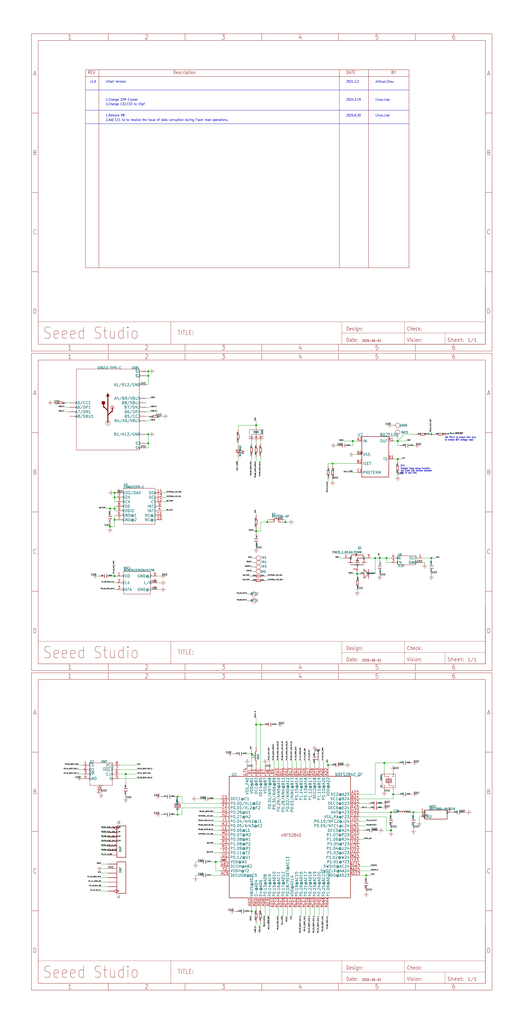
<source format=kicad_sch>
(kicad_sch (version 20250114) (generator "eeschema") (generator_version "9.0")
  (paper "User" 300.126 578.002)
  (lib_symbols
    (symbol "Seeed Studio XIAO nRF52840 v1.3-eagle-import:ANTENNA-AN3216"
      (property "Reference" "ANT" (at 0 5.08 0))
      (symbol "ANTENNA-AN3216_1_0"
        (pin bidirectional line (at -3.81 2.54 0) (length 0) (name "S") (number "1"))
        (pin bidirectional line (at -3.81 0 0) (length 0) (name "GND") (number "2"))
        (pin bidirectional line (at 11.43 2.54 180) (length 0) (name "3") (number "3"))
      )
    )
    (symbol "Seeed Studio XIAO nRF52840 v1.3-eagle-import:BQ25101_DSBGA_6_BQ25101_DSBGA_6"
      (symbol "BQ25101_DSBGA_6_BQ25101_DSBGA_6_1_0"
        (pin bidirectional line (at -10.16 10.16 0) (length 2.54) (name "IN") (number "A2"))
        (pin bidirectional line (at -10.16 2.54 0) (length 2.54) (name "VSS") (number "C2"))
        (pin bidirectional line (at -10.16 -2.54 0) (length 2.54) (name "ISET") (number "B2"))
        (pin bidirectional line (at -10.16 -7.62 0) (length 2.54) (name "PRETERM") (number "C1"))
        (pin bidirectional line (at 10.16 10.16 180) (length 2.54) (name "OUT") (number "A1"))
        (pin bidirectional line (at 10.16 0 180) (length 2.54) (name "TS") (number "B1"))
      )
    )
    (symbol "Seeed Studio XIAO nRF52840 v1.3-eagle-import:BUTTON-4P"
      (property "Reference" "K" (at -2.54 2.54 0))
      (symbol "BUTTON-4P_1_0"
        (pin bidirectional line (at -3.81 0 0) (length 2.54) (name "A0") (number "1"))
        (pin bidirectional line (at -3.81 -1.27 0) (length 2.54) (name "A1") (number "3"))
        (pin bidirectional line (at 3.81 0 180) (length 2.54) (name "B0") (number "2"))
        (pin bidirectional line (at 3.81 -1.27 180) (length 2.54) (name "B1") (number "4"))
      )
    )
    (symbol "Seeed Studio XIAO nRF52840 v1.3-eagle-import:C-0201"
      (symbol "C-0201_1_0"
        (pin passive line (at -3.81 0 0) (length 2.54) (name "1") (number "1"))
        (pin passive line (at 3.81 0 180) (length 2.54) (name "2") (number "2"))
      )
    )
    (symbol "Seeed Studio XIAO nRF52840 v1.3-eagle-import:C-0402"
      (symbol "C-0402_1_0"
        (pin passive line (at -3.81 0 0) (length 2.54) (name "1") (number "1"))
        (pin passive line (at 3.81 0 180) (length 2.54) (name "2") (number "2"))
      )
    )
    (symbol "Seeed Studio XIAO nRF52840 v1.3-eagle-import:CRYSTAL'-1612'"
      (property "Reference" "X" (at -3.81 3.81 0))
      (symbol "CRYSTAL'-1612'_1_0"
        (pin bidirectional line (at -5.08 2.54 0) (length 0) (name "1") (number "2"))
        (pin passive line (at -5.08 -2.54 0) (length 0) (name "2") (number "1"))
        (pin passive line (at 5.08 2.54 180) (length 0) (name "4") (number "3"))
        (pin bidirectional line (at 5.08 -2.54 180) (length 0) (name "3") (number "4"))
      )
    )
    (symbol "Seeed Studio XIAO nRF52840 v1.3-eagle-import:CRYSTAL-2P-1610"
      (property "Reference" "X" (at -3.81 0 0))
      (symbol "CRYSTAL-2P-1610_1_0"
        (text "1" (at -2.159 -1.143 0) (effects (font (size 0.8636 0.734)) (justify left bottom)))
        (text "2" (at 1.524 -1.143 0) (effects (font (size 0.8636 0.734)) (justify left bottom)))
        (pin passive line (at -3.81 0 0) (length 2.54) (name "1") (number "1"))
        (pin passive line (at 3.81 0 180) (length 2.54) (name "2") (number "2"))
      )
    )
    (symbol "Seeed Studio XIAO nRF52840 v1.3-eagle-import:DIODE'0603'"
      (property "Reference" "D" (at -3.175 0 0))
      (symbol "DIODE'0603'_1_0"
        (pin passive line (at -3.81 0 0) (length 2.54) (name "+") (number "+"))
        (pin passive line (at 3.81 0 180) (length 2.54) (name "-") (number "-"))
      )
    )
    (symbol "Seeed Studio XIAO nRF52840 v1.3-eagle-import:GND_POWER" (power)
      (symbol "GND_POWER_1_0"
        (pin power_in line (at 0 0 270) (length 0) (name "GND") (number "1"))
      )
    )
    (symbol "Seeed Studio XIAO nRF52840 v1.3-eagle-import:HEADER-7P-HALF-HOLE-2.54"
      (property "Reference" "J" (at -2.54 10.16 0))
      (symbol "HEADER-7P-HALF-HOLE-2.54_1_0"
        (pin bidirectional inverted_clock (at -7.62 7.62 0) (length 5.08) (name "1") (number "1"))
        (pin bidirectional inverted_clock (at -7.62 7.62 0) (length 5.08) (name "1") (number "13"))
        (pin bidirectional line (at -7.62 5.08 0) (length 5.08) (name "2") (number "14"))
        (pin bidirectional line (at -7.62 5.08 0) (length 5.08) (name "2") (number "2"))
        (pin bidirectional line (at -7.62 2.54 0) (length 5.08) (name "3") (number "15"))
        (pin bidirectional line (at -7.62 2.54 0) (length 5.08) (name "3") (number "3"))
        (pin bidirectional line (at -7.62 0 0) (length 5.08) (name "4") (number "16"))
        (pin bidirectional line (at -7.62 0 0) (length 5.08) (name "4") (number "4"))
        (pin bidirectional line (at -7.62 -2.54 0) (length 5.08) (name "5") (number "17"))
        (pin bidirectional line (at -7.62 -2.54 0) (length 5.08) (name "5") (number "5"))
        (pin bidirectional line (at -7.62 -5.08 0) (length 5.08) (name "6") (number "18"))
        (pin bidirectional line (at -7.62 -5.08 0) (length 5.08) (name "6") (number "6"))
        (pin bidirectional line (at -7.62 -7.62 0) (length 5.08) (name "7") (number "19"))
        (pin bidirectional line (at -7.62 -7.62 0) (length 5.08) (name "7") (number "7"))
      )
    )
    (symbol "Seeed Studio XIAO nRF52840 v1.3-eagle-import:L0201"
      (symbol "L0201_1_0"
        (pin passive line (at -5.08 0 0) (length 2.54) (name "1") (number "1"))
        (pin passive line (at 5.08 0 180) (length 2.54) (name "2") (number "2"))
      )
    )
    (symbol "Seeed Studio XIAO nRF52840 v1.3-eagle-import:L0603"
      (symbol "L0603_1_0"
        (pin passive line (at -5.08 0 0) (length 2.54) (name "1") (number "1"))
        (pin passive line (at 5.08 0 180) (length 2.54) (name "2") (number "2"))
      )
    )
    (symbol "Seeed Studio XIAO nRF52840 v1.3-eagle-import:LED-0402"
      (property "Reference" "D" (at -2.54 0.635 0))
      (symbol "LED-0402_1_0"
        (pin passive line (at -2.54 0 0) (length 2.54) (name "+") (number "+"))
        (pin passive line (at 3.81 0 180) (length 2.54) (name "-") (number "-"))
      )
    )
    (symbol "Seeed Studio XIAO nRF52840 v1.3-eagle-import:MIC-MSM261D3526H1CPM"
      (property "Reference" "MIC" (at -7.62 7.62 0))
      (symbol "MIC-MSM261D3526H1CPM_1_0"
        (pin bidirectional line (at -11.43 3.81 0) (length 2.54) (name "VDD") (number "1"))
        (pin bidirectional line (at -11.43 0 0) (length 2.54) (name "CLK") (number "2"))
        (pin bidirectional line (at -11.43 -3.81 0) (length 2.54) (name "DATA") (number "3"))
        (pin bidirectional line (at 11.43 3.81 180) (length 2.54) (name "GND@2") (number "6"))
        (pin bidirectional line (at 11.43 0 180) (length 2.54) (name "L/R") (number "5"))
        (pin bidirectional line (at 11.43 -3.81 180) (length 2.54) (name "GND@1") (number "4"))
      )
    )
    (symbol "Seeed Studio XIAO nRF52840 v1.3-eagle-import:NRF52840_QF"
      (property "Reference" "U" (at -33.02 34.29 0))
      (symbol "NRF52840_QF_1_0"
        (text "nRF52840" (at -5.08 0 0) (effects (font (size 1.778 1.5113)) (justify left bottom)))
        (pin bidirectional line (at -39.37 21.59 0) (length 5.08) (name "DEC1@C1") (number "C1"))
        (pin bidirectional line (at -39.37 19.05 0) (length 5.08) (name "P0.00/XL1@D2") (number "D2"))
        (pin bidirectional line (at -39.37 16.51 0) (length 5.08) (name "P0.01/XL2@F2") (number "F2"))
        (pin bidirectional line (at -39.37 13.97 0) (length 5.08) (name "P0.26@G1") (number "G1"))
        (pin bidirectional line (at -39.37 11.43 0) (length 5.08) (name "P0.27@H2") (number "H2"))
        (pin bidirectional line (at -39.37 8.89 0) (length 5.08) (name "P0.04/AIN2@J1") (number "J1"))
        (pin bidirectional line (at -39.37 6.35 0) (length 5.08) (name "P0.05/AIN3@K2") (number "K2"))
        (pin bidirectional line (at -39.37 3.81 0) (length 5.08) (name "P0.06@L1") (number "L1"))
        (pin bidirectional line (at -39.37 1.27 0) (length 5.08) (name "P0.07@M2") (number "M2"))
        (pin bidirectional line (at -39.37 -1.27 0) (length 5.08) (name "P0.08@N1") (number "N1"))
        (pin bidirectional line (at -39.37 -3.81 0) (length 5.08) (name "P1.08@P2") (number "P2"))
        (pin bidirectional line (at -39.37 -6.35 0) (length 5.08) (name "P1.09@R1") (number "R1"))
        (pin bidirectional line (at -39.37 -8.89 0) (length 5.08) (name "P0.11@T2") (number "T2"))
        (pin bidirectional line (at -39.37 -11.43 0) (length 5.08) (name "P0.12@U1") (number "U1"))
        (pin bidirectional line (at -39.37 -13.97 0) (length 5.08) (name "VDD@W1") (number "W1"))
        (pin bidirectional line (at -39.37 -16.51 0) (length 5.08) (name "DCCH@AB2") (number "AB2"))
        (pin bidirectional line (at -39.37 -19.05 0) (length 5.08) (name "VDDH@Y2") (number "Y2"))
        (pin bidirectional line (at -39.37 -21.59 0) (length 5.08) (name "DECUSB@AC5") (number "AC5"))
        (pin bidirectional line (at -24.13 39.37 270) (length 5.08) (name "VSS_PAD") (number "G74"))
        (pin bidirectional line (at -21.59 39.37 270) (length 5.08) (name "VDD@B1") (number "B1"))
        (pin bidirectional line (at -21.59 -39.37 90) (length 5.08) (name "VBUS@AD2") (number "AD2"))
        (pin bidirectional line (at -19.05 39.37 270) (length 5.08) (name "DCC@B3") (number "B3"))
        (pin bidirectional line (at -19.05 -39.37 90) (length 5.08) (name "D-@AD4") (number "AD4"))
        (pin bidirectional line (at -16.51 39.37 270) (length 5.08) (name "DEC4@B5") (number "B5"))
        (pin bidirectional line (at -16.51 -39.37 90) (length 5.08) (name "D+@AD6") (number "AD6"))
        (pin bidirectional line (at -13.97 39.37 270) (length 5.08) (name "VSS@B7") (number "B7"))
        (pin bidirectional line (at -13.97 -39.37 90) (length 5.08) (name "P0.13@AD8") (number "AD8"))
        (pin bidirectional line (at -11.43 39.37 270) (length 5.08) (name "P0.31/AIN7@A8") (number "A8"))
        (pin bidirectional line (at -11.43 -39.37 90) (length 5.08) (name "P0.14@AC9") (number "AC9"))
        (pin bidirectional line (at -8.89 39.37 270) (length 5.08) (name "P0.30/AIN6@B9") (number "B9"))
        (pin bidirectional line (at -8.89 -39.37 90) (length 5.08) (name "P0.15@AD10") (number "AD10"))
        (pin bidirectional line (at -6.35 39.37 270) (length 5.08) (name "P0.29/AIN5@A10") (number "A10"))
        (pin bidirectional line (at -6.35 -39.37 90) (length 5.08) (name "P0.16@AC11") (number "AC11"))
        (pin bidirectional line (at -3.81 39.37 270) (length 5.08) (name "P0.28/AIN4@B11") (number "B11"))
        (pin bidirectional line (at -3.81 -39.37 90) (length 5.08) (name "P0.17@AD12") (number "AD12"))
        (pin bidirectional line (at -1.27 39.37 270) (length 5.08) (name "P0.02/AIN0@A12") (number "A12"))
        (pin bidirectional line (at -1.27 -39.37 90) (length 5.08) (name "P0.18/RESET@AC13") (number "AC13"))
        (pin bidirectional line (at 1.27 39.37 270) (length 5.08) (name "P0.03/AIN1@B13") (number "B13"))
        (pin bidirectional line (at 1.27 -39.37 90) (length 5.08) (name "VDD@AD14") (number "AD14"))
        (pin bidirectional line (at 3.81 39.37 270) (length 5.08) (name "P1.15@A14") (number "A14"))
        (pin bidirectional line (at 3.81 -39.37 90) (length 5.08) (name "P0.19@AC15") (number "AC15"))
        (pin bidirectional line (at 6.35 39.37 270) (length 5.08) (name "P1.14@B15") (number "B15"))
        (pin bidirectional line (at 6.35 -39.37 90) (length 5.08) (name "P0.20@AD16") (number "AD16"))
        (pin bidirectional line (at 8.89 39.37 270) (length 5.08) (name "P1.13@A16") (number "A16"))
        (pin bidirectional line (at 8.89 -39.37 90) (length 5.08) (name "P0.21@AC17") (number "AC17"))
        (pin bidirectional line (at 11.43 39.37 270) (length 5.08) (name "P1.12@B17") (number "B17"))
        (pin bidirectional line (at 11.43 -39.37 90) (length 5.08) (name "P0.22@AD18") (number "AD18"))
        (pin bidirectional line (at 13.97 39.37 270) (length 5.08) (name "DEC2@A18") (number "A18"))
        (pin bidirectional line (at 13.97 -39.37 90) (length 5.08) (name "P0.23@AC19") (number "AC19"))
        (pin bidirectional line (at 16.51 39.37 270) (length 5.08) (name "P1.11@B19") (number "B19"))
        (pin bidirectional line (at 16.51 -39.37 90) (length 5.08) (name "P0.24@AD20") (number "AD20"))
        (pin bidirectional line (at 19.05 39.37 270) (length 5.08) (name "P1.10@A20") (number "A20"))
        (pin bidirectional line (at 19.05 -39.37 90) (length 5.08) (name "P0.25@AC21") (number "AC21"))
        (pin bidirectional line (at 21.59 39.37 270) (length 5.08) (name "VDD@A22") (number "A22"))
        (pin bidirectional line (at 21.59 -39.37 90) (length 5.08) (name "P1.00@AD22") (number "AD22"))
        (pin bidirectional line (at 39.37 24.13 180) (length 5.08) (name "XC2@A23") (number "A23"))
        (pin bidirectional line (at 39.37 21.59 180) (length 5.08) (name "XC1@B24") (number "B24"))
        (pin bidirectional line (at 39.37 19.05 180) (length 5.08) (name "DEC3@D23") (number "D23"))
        (pin bidirectional line (at 39.37 16.51 180) (length 5.08) (name "DEC6@E24") (number "E24"))
        (pin bidirectional line (at 39.37 13.97 180) (length 5.08) (name "ANT@H23") (number "H23"))
        (pin bidirectional line (at 39.37 11.43 180) (length 5.08) (name "VSS_PA@F23") (number "F23"))
        (pin bidirectional line (at 39.37 8.89 180) (length 5.08) (name "P0.10/NFC2@J24") (number "J24"))
        (pin bidirectional line (at 39.37 6.35 180) (length 5.08) (name "P0.09/NFC1@L24") (number "L24"))
        (pin bidirectional line (at 39.37 3.81 180) (length 5.08) (name "DEC5@N24") (number "N24"))
        (pin bidirectional line (at 39.37 1.27 180) (length 5.08) (name "P1.07@P23") (number "P23"))
        (pin bidirectional line (at 39.37 -1.27 180) (length 5.08) (name "P1.06@R24") (number "R24"))
        (pin bidirectional line (at 39.37 -3.81 180) (length 5.08) (name "P1.05@T23") (number "T23"))
        (pin bidirectional line (at 39.37 -6.35 180) (length 5.08) (name "P1.04@U24") (number "U24"))
        (pin bidirectional line (at 39.37 -8.89 180) (length 5.08) (name "P1.03@V23") (number "V23"))
        (pin bidirectional line (at 39.37 -11.43 180) (length 5.08) (name "P1.02@W24") (number "W24"))
        (pin bidirectional line (at 39.37 -13.97 180) (length 5.08) (name "P1.01@Y23") (number "Y23"))
        (pin bidirectional line (at 39.37 -16.51 180) (length 5.08) (name "SWDIO@AC24") (number "AC24"))
        (pin input line (at 39.37 -19.05 180) (length 5.08) (name "SWDCLK@AA24") (number "AA24"))
        (pin bidirectional line (at 39.37 -21.59 180) (length 5.08) (name "VDD@AD23") (number "AD23"))
      )
    )
    (symbol "Seeed Studio XIAO nRF52840 v1.3-eagle-import:PMOS_1.00.60.35MM"
      (property "Reference" "Q" (at -2.54 7.62 0))
      (symbol "PMOS_1.00.60.35MM_1_0"
        (pin bidirectional line (at -7.62 2.54 0) (length 2.54) (name "S") (number "3"))
        (pin bidirectional line (at 0 -5.08 90) (length 2.54) (name "G") (number "2"))
        (pin bidirectional line (at 7.62 2.54 180) (length 2.54) (name "D") (number "1"))
      )
    )
    (symbol "Seeed Studio XIAO nRF52840 v1.3-eagle-import:R-0201"
      (symbol "R-0201_1_0"
        (pin passive line (at -3.81 0 0) (length 2.54) (name "1") (number "1"))
        (pin passive line (at 3.81 0 180) (length 2.54) (name "2") (number "2"))
      )
    )
    (symbol "Seeed Studio XIAO nRF52840 v1.3-eagle-import:RGB-1010"
      (symbol "RGB-1010_1_0"
        (pin bidirectional line (at -3.81 0 0) (length 0) (name "+") (number "+"))
        (pin bidirectional line (at 3.81 2.54 180) (length 0) (name "R-") (number "R-"))
        (pin bidirectional line (at 3.81 0 180) (length 0) (name "G-") (number "G-"))
        (pin bidirectional line (at 3.81 -2.54 180) (length 0) (name "B-") (number "B-"))
      )
    )
    (symbol "Seeed Studio XIAO nRF52840 v1.3-eagle-import:SEEDSTUDIO-SCH-MODLIST"
      (symbol "SEEDSTUDIO-SCH-MODLIST_1_0"
        (text "REV" (at 1.27 -2.54 0) (effects (font (size 1.778 1.5113)) (justify left bottom)))
        (text "Description" (at 49.53 -2.54 0) (effects (font (size 1.778 1.5113)) (justify left bottom)))
        (text "DATE" (at 147.32 -2.54 0) (effects (font (size 1.778 1.5113)) (justify left bottom)))
        (text "BY" (at 172.72 -2.54 0) (effects (font (size 1.778 1.5113)) (justify left bottom)))
      )
    )
    (symbol "Seeed Studio XIAO nRF52840 v1.3-eagle-import:SEEEDSTUDIO-SCH-FRAME"
      (symbol "SEEEDSTUDIO-SCH-FRAME_1_0"
        (text "A" (at 1.905 156.6863 0) (effects (font (size 2.54 2.286))))
        (text "B" (at 1.905 111.9188 0) (effects (font (size 2.54 2.286))))
        (text "C" (at 1.905 67.1513 0) (effects (font (size 2.54 2.286))))
        (text "D" (at 1.905 22.3838 0) (effects (font (size 2.54 2.286))))
        (text "Seeed Studio" (at 6.35 6.35 0) (effects (font (size 6.4516 5.4838)) (justify left bottom)))
        (text "1" (at 21.6958 177.165 0) (effects (font (size 2.54 2.286))))
        (text "1" (at 21.6958 1.905 0) (effects (font (size 2.54 2.286))))
        (text "2" (at 65.0875 177.165 0) (effects (font (size 2.54 2.286))))
        (text "2" (at 65.0875 1.905 0) (effects (font (size 2.54 2.286))))
        (text "TITLE:" (at 82.55 8.89 0) (effects (font (size 2.54 2.159)) (justify left bottom)))
        (text "${PROJECTNAME}" (at 99.06 8.89 0) (effects (font (size 2.032 2.032)) (justify left bottom)))
        (text "3" (at 108.4792 177.165 0) (effects (font (size 2.54 2.286))))
        (text "3" (at 108.4792 1.905 0) (effects (font (size 2.54 2.286))))
        (text "4" (at 151.8708 177.165 0) (effects (font (size 2.54 2.286))))
        (text "4" (at 151.8708 1.905 0) (effects (font (size 2.54 2.286))))
        (text "Design:" (at 177.8 11.43 0) (effects (font (size 2.032 1.7272)) (justify left bottom)))
        (text "Date:" (at 177.8 5.08 0) (effects (font (size 2.032 1.7272)) (justify left bottom)))
        (text "${CURRENT_DATE}" (at 186.69 5.08 0) (effects (font (size 1.27 1.0795)) (justify left bottom)))
        (text "5" (at 195.2625 177.165 0) (effects (font (size 2.54 2.286))))
        (text "5" (at 195.2625 1.905 0) (effects (font (size 2.54 2.286))))
        (text "Check:" (at 212.09 11.43 0) (effects (font (size 2.032 1.7272)) (justify left bottom)))
        (text "Vision:" (at 212.09 5.08 0) (effects (font (size 2.032 1.7272)) (justify left bottom)))
        (text "Sheet:" (at 234.95 5.08 0) (effects (font (size 2.032 2.032)) (justify left bottom)))
        (text "6" (at 238.6542 177.165 0) (effects (font (size 2.54 2.286))))
        (text "6" (at 238.6542 1.905 0) (effects (font (size 2.54 2.286))))
        (text "${#}/${##}" (at 246.38 5.08 0) (effects (font (size 1.778 1.778)) (justify left bottom)))
        (text "A" (at 258.445 156.6863 0) (effects (font (size 2.54 2.286))))
        (text "B" (at 258.445 111.9188 0) (effects (font (size 2.54 2.286))))
        (text "C" (at 258.445 67.1513 0) (effects (font (size 2.54 2.286))))
        (text "D" (at 258.445 22.3838 0) (effects (font (size 2.54 2.286))))
      )
    )
    (symbol "Seeed Studio XIAO nRF52840 v1.3-eagle-import:SENSOR-LSM6DS3TR-C"
      (property "Reference" "U" (at -8.89 11.43 0))
      (symbol "SENSOR-LSM6DS3TR-C_1_0"
        (pin bidirectional line (at -12.7 7.62 0) (length 2.54) (name "SDO/DA0") (number "1"))
        (pin bidirectional line (at -12.7 5.08 0) (length 2.54) (name "SDX") (number "2"))
        (pin bidirectional line (at -12.7 2.54 0) (length 2.54) (name "SCX") (number "3"))
        (pin bidirectional line (at -12.7 0 0) (length 2.54) (name "VDD") (number "8"))
        (pin bidirectional line (at -12.7 -2.54 0) (length 2.54) (name "VDDIO") (number "5"))
        (pin bidirectional line (at -12.7 -5.08 0) (length 2.54) (name "GND@1") (number "6"))
        (pin bidirectional line (at -12.7 -7.62 0) (length 2.54) (name "GND@2") (number "7"))
        (pin bidirectional line (at 12.7 7.62 180) (length 2.54) (name "SDA") (number "14"))
        (pin bidirectional line (at 12.7 5.08 180) (length 2.54) (name "SCL") (number "13"))
        (pin bidirectional line (at 12.7 2.54 180) (length 2.54) (name "CS") (number "12"))
        (pin bidirectional line (at 12.7 0 180) (length 2.54) (name "INT2") (number "9"))
        (pin bidirectional line (at 12.7 -2.54 180) (length 2.54) (name "INT1") (number "4"))
        (pin bidirectional line (at 12.7 -5.08 180) (length 2.54) (name "NC@2") (number "11"))
        (pin bidirectional line (at 12.7 -7.62 180) (length 2.54) (name "NC@1") (number "10"))
      )
    )
    (symbol "Seeed Studio XIAO nRF52840 v1.3-eagle-import:TEST-POINT'4080'"
      (property "Reference" "TP" (at -3.81 1.27 0))
      (symbol "TEST-POINT'4080'_1_0"
        (pin bidirectional line (at -2.54 0 0) (length 0) (name "T") (number "1"))
      )
    )
    (symbol "Seeed Studio XIAO nRF52840 v1.3-eagle-import:TEST-POINT'4545'"
      (property "Reference" "TP" (at -3.81 1.27 0))
      (symbol "TEST-POINT'4545'_1_0"
        (pin bidirectional line (at -2.54 0 0) (length 0) (name "T") (number "T"))
      )
    )
    (symbol "Seeed Studio XIAO nRF52840 v1.3-eagle-import:TLV733P"
      (symbol "TLV733P_1_0"
        (pin bidirectional line (at -8.89 1.27 0) (length 2.54) (name "IN") (number "4"))
        (pin bidirectional line (at -8.89 -1.27 0) (length 2.54) (name "EN") (number "3"))
        (pin bidirectional line (at 8.89 1.27 180) (length 2.54) (name "OUT") (number "1"))
        (pin bidirectional line (at 8.89 -1.27 180) (length 2.54) (name "GND") (number "2"))
        (pin bidirectional line (at 8.89 -1.27 180) (length 2.54) (name "GND") (number "T"))
      )
    )
    (symbol "Seeed Studio XIAO nRF52840 v1.3-eagle-import:USB2.0-TYPE-C"
      (property "Reference" "USB" (at -17.78 22.86 0))
      (symbol "USB2.0-TYPE-C_1_0"
        (pin bidirectional line (at -21.59 21.59 0) (length 2.54) (name "S1") (number "S1"))
        (pin bidirectional line (at -21.59 21.59 0) (length 2.54) (name "S1") (number "S5"))
        (pin bidirectional line (at -21.59 19.05 0) (length 2.54) (name "S2") (number "S2"))
        (pin bidirectional line (at -21.59 19.05 0) (length 2.54) (name "S2") (number "S6"))
        (pin bidirectional line (at -21.59 13.97 0) (length 2.54) (name "A1/B12/GND") (number "A1_B12"))
        (pin bidirectional line (at -21.59 6.35 0) (length 2.54) (name "A4/B9/VBUS") (number "A4_B9"))
        (pin bidirectional line (at -21.59 3.81 0) (length 2.54) (name "B8/SBU2") (number "B8"))
        (pin bidirectional line (at -21.59 1.27 0) (length 2.54) (name "B7/DN2") (number "B7"))
        (pin bidirectional line (at -21.59 -1.27 0) (length 2.54) (name "B6/DP2") (number "B6"))
        (pin bidirectional line (at -21.59 -3.81 0) (length 2.54) (name "B5/CC2") (number "B5"))
        (pin bidirectional line (at -21.59 -6.35 0) (length 2.54) (name "B4/A9/VBUS") (number "B4_A9"))
        (pin bidirectional line (at -21.59 -13.97 0) (length 2.54) (name "B1/A12/GND") (number "B1_A12"))
        (pin bidirectional line (at -21.59 -19.05 0) (length 2.54) (name "S3") (number "S3"))
        (pin bidirectional line (at -21.59 -21.59 0) (length 2.54) (name "S4") (number "S4"))
        (pin bidirectional line (at 21.59 3.81 180) (length 2.54) (name "A5/CC1") (number "A5"))
        (pin bidirectional line (at 21.59 1.27 180) (length 2.54) (name "A6/DP1") (number "A6"))
        (pin bidirectional line (at 21.59 -1.27 180) (length 2.54) (name "A7/DN1") (number "A7"))
        (pin bidirectional line (at 21.59 -3.81 180) (length 2.54) (name "A8/SBU1") (number "A8"))
      )
    )
    (symbol "Seeed Studio XIAO nRF52840 v1.3-eagle-import:W25XXC"
      (symbol "W25XXC_1_0"
        (pin bidirectional line (at -10.16 5.08 0) (length 2.54) (name "~{CS}") (number "1"))
        (pin bidirectional line (at -10.16 2.54 0) (length 2.54) (name "DO") (number "2"))
        (pin bidirectional line (at -10.16 0 0) (length 2.54) (name "~{WP}") (number "3"))
        (pin bidirectional line (at -10.16 -2.54 0) (length 2.54) (name "GND") (number "4"))
        (pin bidirectional line (at 0 -10.16 90) (length 2.54) (name "T") (number "PAD"))
        (pin bidirectional line (at 10.16 5.08 180) (length 2.54) (name "VCC") (number "8"))
        (pin bidirectional line (at 10.16 2.54 180) (length 2.54) (name "~{HOLD}") (number "7"))
        (pin bidirectional line (at 10.16 0 180) (length 2.54) (name "CLK") (number "6"))
        (pin bidirectional line (at 10.16 -2.54 180) (length 2.54) (name "DI") (number "5"))
      )
    )
  )
  (text "Linus.Liao" (at 212.09 57.15 0) (effects (font (size 1.27 1.0795)) (justify left bottom)))
  (text "2.Change C32,C33 to 15pF" (at 59.69 59.69 0) (effects (font (size 1.27 1.0795)) (justify left bottom)))
  (text "zhihuai.Zhou" (at 212.09 46.99 0) (effects (font (size 1.27 1.0795)) (justify left bottom)))
  (text "Initail Version" (at 59.69 46.99 0) (effects (font (size 1.27 1.0795)) (justify left bottom)))
  (text "the TS and VSS." (at 226.314 267.589 0) (effects (font (size 0.889 0.7556)) (justify left bottom)))
  (text "NTC:" (at 226.314 263.525 0) (effects (font (size 0.889 0.7556)) (justify left bottom)))
  (text "2021.2.2" (at 195.58 46.99 0) (effects (font (size 1.27 1.0795)) (justify left bottom)))
  (text "Set P0.14 to output Sink only\nto enable BAT voltage read;" (at 251.46 248.92 0) (effects (font (size 0.889 0.7556)) (justify left bottom)))
  (text "v1.0" (at 50.8 46.99 0) (effects (font (size 1.27 1.0795)) (justify left bottom)))
  (text "2.Add C11 to to resolve the issue of data corruption during Flash read operations." (at 59.69 68.58 0) (effects (font (size 1.27 1.0795)) (justify left bottom)))
  (text "1.Change 32M Crystal" (at 59.69 57.15 0) (effects (font (size 1.27 1.0795)) (justify left bottom)))
  (text "Disable Temp sense function," (at 226.314 265.049 0) (effects (font (size 0.889 0.7556)) (justify left bottom)))
  (text "Linus.Liao" (at 212.09 66.04 0) (effects (font (size 1.27 1.0795)) (justify left bottom)))
  (text "2025.6.20" (at 195.58 66.04 0) (effects (font (size 1.27 1.0795)) (justify left bottom)))
  (text "1.Remove R8" (at 59.69 66.04 0) (effects (font (size 1.27 1.0795)) (justify left bottom)))
  (text "use fixed 10k resistor between" (at 226.314 266.319 0) (effects (font (size 0.889 0.7556)) (justify left bottom)))
  (text "2024.3.19" (at 195.58 57.15 0) (effects (font (size 1.27 1.0795)) (justify left bottom)))
  (junction (at 161.29 294.64))
  (junction (at 147.32 408.94))
  (junction (at 144.78 240.03))
  (junction (at 233.68 458.47))
  (junction (at 64.77 280.67))
  (junction (at 214.63 314.96))
  (junction (at 185.42 431.8))
  (junction (at 64.77 293.37))
  (junction (at 201.93 323.85))
  (junction (at 83.82 250.19))
  (junction (at 100.33 459.74))
  (junction (at 199.39 248.92))
  (junction (at 224.79 248.92))
  (junction (at 151.13 294.64))
  (junction (at 207.01 494.03))
  (junction (at 62.23 297.18))
  (junction (at 144.78 299.72))
  (junction (at 217.17 430.53))
  (junction (at 224.79 259.08))
  (junction (at 71.12 436.88))
  (junction (at 83.82 212.09))
  (junction (at 187.96 261.62))
  (junction (at 64.77 278.13))
  (junction (at 83.82 245.11))
  (junction (at 243.84 314.96))
  (junction (at 220.98 458.47))
  (junction (at 142.24 514.35))
  (junction (at 144.78 408.94))
  (junction (at 64.77 325.12))
  (junction (at 83.82 209.55))
  (junction (at 222.25 448.31))
  (junction (at 142.24 425.45))
  (junction (at 220.98 468.63))
  (junction (at 218.44 314.96))
  (junction (at 64.77 287.02))
  (junction (at 100.33 449.58))
  (junction (at 243.84 245.11))
  (junction (at 212.09 314.96))
  (junction (at 62.23 287.02))
  (junction (at 121.92 486.41))
  (wire (pts (xy 152.4 293.37) (xy 151.13 293.37)) (stroke (width 0.1524)))
  (wire (pts (xy 243.84 245.11) (xy 245.11 245.11)) (stroke (width 0.1524)))
  (wire (pts (xy 144.78 241.3) (xy 144.78 240.03)) (stroke (width 0.1524)))
  (wire (pts (xy 124.46 455.93) (xy 102.87 455.93)) (stroke (width 0.1524)))
  (wire (pts (xy 83.82 245.11) (xy 85.09 245.11)) (stroke (width 0.1524)))
  (wire (pts (xy 224.79 248.92) (xy 224.79 246.38)) (stroke (width 0.1524)))
  (wire (pts (xy 66.04 332.74) (xy 64.77 332.74)) (stroke (width 0.1524)))
  (wire (pts (xy 60.96 495.3) (xy 57.15 495.3)) (stroke (width 0.1524)))
  (wire (pts (xy 60.96 467.36) (xy 57.15 467.36)) (stroke (width 0.1524)))
  (wire (pts (xy 60.96 474.98) (xy 57.15 474.98)) (stroke (width 0.1524)))
  (wire (pts (xy 243.84 316.23) (xy 243.84 314.96)) (stroke (width 0.1524)))
  (wire (pts (xy 217.17 430.53) (xy 224.79 430.53)) (stroke (width 0.1524)))
  (wire (pts (xy 64.77 297.18) (xy 64.77 293.37)) (stroke (width 0.1524)))
  (wire (pts (xy 203.2 463.55) (xy 207.01 463.55)) (stroke (width 0.1524)))
  (wire (pts (xy 124.46 461.01) (xy 120.65 461.01)) (stroke (width 0.1524)))
  (wire (pts (xy 220.98 459.74) (xy 220.98 458.47)) (stroke (width 0.1524)))
  (wire (pts (xy 151.13 294.64) (xy 147.32 294.64)) (stroke (width 0.1524)))
  (wire (pts (xy 99.06 449.58) (xy 100.33 449.58)) (stroke (width 0.1524)))
  (wire (pts (xy 64.77 288.29) (xy 66.04 288.29)) (stroke (width 0.1524)))
  (wire (pts (xy 165.1 433.07) (xy 165.1 429.26)) (stroke (width 0.1524)))
  (wire (pts (xy 185.42 431.8) (xy 185.42 430.53)) (stroke (width 0.1524)))
  (wire (pts (xy 187.96 262.89) (xy 187.96 261.62)) (stroke (width 0.1524)))
  (wire (pts (xy 144.78 257.81) (xy 144.78 260.35)) (stroke (width 0.1524)))
  (wire (pts (xy 203.2 448.31) (xy 212.09 448.31)) (stroke (width 0.1524)))
  (wire (pts (xy 160.02 511.81) (xy 160.02 516.89)) (stroke (width 0.1524)))
  (wire (pts (xy 252.73 245.11) (xy 254 245.11)) (stroke (width 0.1524)))
  (wire (pts (xy 83.82 250.19) (xy 83.82 245.11)) (stroke (width 0.1524)))
  (wire (pts (xy 147.32 513.08) (xy 147.32 511.81)) (stroke (width 0.1524)))
  (wire (pts (xy 91.44 283.21) (xy 93.98 283.21)) (stroke (width 0.1524)))
  (wire (pts (xy 82.55 229.87) (xy 85.09 229.87)) (stroke (width 0.1524)))
  (wire (pts (xy 232.41 458.47) (xy 233.68 458.47)) (stroke (width 0.1524)))
  (wire (pts (xy 71.12 441.96) (xy 71.12 436.88)) (stroke (width 0.1524)))
  (wire (pts (xy 60.96 492.76) (xy 57.15 492.76)) (stroke (width 0.1524)))
  (wire (pts (xy 217.17 435.61) (xy 217.17 430.53)) (stroke (width 0.1524)))
  (wire (pts (xy 66.04 283.21) (xy 64.77 283.21)) (stroke (width 0.1524)))
  (wire (pts (xy 157.48 511.81) (xy 157.48 516.89)) (stroke (width 0.1524)))
  (wire (pts (xy 161.29 293.37) (xy 161.29 294.64)) (stroke (width 0.1524)))
  (wire (pts (xy 157.48 408.94) (xy 156.21 408.94)) (stroke (width 0.1524)))
  (wire (pts (xy 64.77 325.12) (xy 64.77 323.85)) (stroke (width 0.1524)))
  (wire (pts (xy 212.09 430.53) (xy 217.17 430.53)) (stroke (width 0.1524)))
  (wire (pts (xy 66.04 285.75) (xy 64.77 285.75)) (stroke (width 0.1524)))
  (wire (pts (xy 67.31 436.88) (xy 71.12 436.88)) (stroke (width 0.1524)))
  (wire (pts (xy 90.17 459.74) (xy 91.44 459.74)) (stroke (width 0.1524)))
  (wire (pts (xy 144.78 298.45) (xy 144.78 299.72)) (stroke (width 0.1524)))
  (wire (pts (xy 220.98 467.36) (xy 220.98 468.63)) (stroke (width 0.1524)))
  (wire (pts (xy 154.94 433.07) (xy 154.94 429.26)) (stroke (width 0.1524)))
  (wire (pts (xy 220.98 317.5) (xy 218.44 317.5)) (stroke (width 0.1524)))
  (wire (pts (xy 214.63 325.12) (xy 214.63 323.85)) (stroke (width 0.1524)))
  (wire (pts (xy 60.96 490.22) (xy 57.15 490.22)) (stroke (width 0.1524)))
  (wire (pts (xy 233.68 430.53) (xy 232.41 430.53)) (stroke (width 0.1524)))
  (wire (pts (xy 172.72 433.07) (xy 172.72 429.26)) (stroke (width 0.1524)))
  (wire (pts (xy 203.2 494.03) (xy 207.01 494.03)) (stroke (width 0.1524)))
  (wire (pts (xy 60.96 500.38) (xy 57.15 500.38)) (stroke (width 0.1524)))
  (wire (pts (xy 201.93 256.54) (xy 199.39 256.54)) (stroke (width 0.1524)))
  (wire (pts (xy 124.46 486.41) (xy 121.92 486.41)) (stroke (width 0.1524)))
  (wire (pts (xy 102.87 453.39) (xy 102.87 449.58)) (stroke (width 0.1524)))
  (wire (pts (xy 140.97 339.09) (xy 139.7 339.09)) (stroke (width 0.1524)))
  (wire (pts (xy 214.63 314.96) (xy 218.44 314.96)) (stroke (width 0.1524)))
  (wire (pts (xy 224.79 267.97) (xy 224.79 269.24)) (stroke (width 0.1524)))
  (wire (pts (xy 130.81 425.45) (xy 132.08 425.45)) (stroke (width 0.1524)))
  (wire (pts (xy 124.46 463.55) (xy 120.65 463.55)) (stroke (width 0.1524)))
  (wire (pts (xy 149.86 327.66) (xy 151.13 327.66)) (stroke (width 0.1524)))
  (wire (pts (xy 194.31 431.8) (xy 195.58 431.8)) (stroke (width 0.1524)))
  (wire (pts (xy 165.1 511.81) (xy 165.1 516.89)) (stroke (width 0.1524)))
  (wire (pts (xy 124.46 468.63) (xy 120.523 468.63)) (stroke (width 0.1524)))
  (wire (pts (xy 88.9 332.74) (xy 91.44 332.74)) (stroke (width 0.1524)))
  (wire (pts (xy 234.95 251.46) (xy 233.68 251.46)) (stroke (width 0.1524)))
  (wire (pts (xy 238.76 461.01) (xy 236.982 461.01)) (stroke (width 0.1524)))
  (wire (pts (xy 149.86 433.07) (xy 149.86 430.53)) (stroke (width 0.1524)))
  (wire (pts (xy 134.62 240.03) (xy 144.78 240.03)) (stroke (width 0.1524)))
  (wire (pts (xy 134.62 257.81) (xy 134.62 260.35)) (stroke (width 0.1524)))
  (wire (pts (xy 147.32 520.7) (xy 147.32 521.97)) (stroke (width 0.1524)))
  (wire (pts (xy 62.23 287.02) (xy 59.69 287.02)) (stroke (width 0.1524)))
  (wire (pts (xy 160.02 433.07) (xy 160.02 429.26)) (stroke (width 0.1524)))
  (wire (pts (xy 161.29 294.64) (xy 163.83 294.64)) (stroke (width 0.1524)))
  (wire (pts (xy 142.24 511.81) (xy 142.24 514.35)) (stroke (width 0.1524)))
  (wire (pts (xy 194.183 248.92) (xy 199.39 248.92)) (stroke (width 0.1524)))
  (wire (pts (xy 210.82 323.85) (xy 212.09 323.85)) (stroke (width 0.1524)))
  (wire (pts (xy 124.46 471.17) (xy 120.65 471.17)) (stroke (width 0.1524)))
  (wire (pts (xy 203.2 488.95) (xy 209.55 488.95)) (stroke (width 0.1524)))
  (wire (pts (xy 238.76 317.5) (xy 240.03 317.5)) (stroke (width 0.1524)))
  (wire (pts (xy 91.44 288.29) (xy 93.98 288.29)) (stroke (width 0.1524)))
  (wire (pts (xy 143.51 322.58) (xy 142.24 322.58)) (stroke (width 0.1524)))
  (wire (pts (xy 220.98 458.47) (xy 222.25 458.47)) (stroke (width 0.1524)))
  (wire (pts (xy 177.8 424.18) (xy 177.8 422.91)) (stroke (width 0.1524)))
  (wire (pts (xy 66.04 280.67) (xy 64.77 280.67)) (stroke (width 0.1524)))
  (wire (pts (xy 110.49 450.85) (xy 113.03 450.85)) (stroke (width 0.1524)))
  (wire (pts (xy 143.51 320.04) (xy 142.24 320.04)) (stroke (width 0.1524)))
  (wire (pts (xy 144.78 309.88) (xy 144.78 308.61)) (stroke (width 0.1524)))
  (wire (pts (xy 203.2 455.93) (xy 208.28 455.93)) (stroke (width 0.1524)))
  (wire (pts (xy 46.99 434.34) (xy 44.45 434.34)) (stroke (width 0.1524)))
  (wire (pts (xy 144.78 405.13) (xy 144.78 408.94)) (stroke (width 0.1524)))
  (wire (pts (xy 64.77 285.75) (xy 64.77 287.02)) (stroke (width 0.1524)))
  (wire (pts (xy 203.2 458.47) (xy 220.98 458.47)) (stroke (width 0.1524)))
  (wire (pts (xy 45.72 439.42) (xy 46.99 439.42)) (stroke (width 0.1524)))
  (wire (pts (xy 30.48 227.33) (xy 29.21 227.33)) (stroke (width 0.1524)))
  (wire (pts (xy 243.84 323.85) (xy 243.84 325.12)) (stroke (width 0.1524)))
  (wire (pts (xy 142.24 327.66) (xy 140.97 327.66)) (stroke (width 0.1524)))
  (wire (pts (xy 161.29 294.64) (xy 160.02 294.64)) (stroke (width 0.1524)))
  (wire (pts (xy 199.39 251.46) (xy 199.39 248.92)) (stroke (width 0.1524)))
  (wire (pts (xy 71.12 436.88) (xy 77.47 436.88)) (stroke (width 0.1524)))
  (wire (pts (xy 144.78 299.72) (xy 144.78 300.99)) (stroke (width 0.1524)))
  (wire (pts (xy 119.38 494.03) (xy 124.46 494.03)) (stroke (width 0.1524)))
  (wire (pts (xy 151.13 294.64) (xy 152.4 294.64)) (stroke (width 0.1524)))
  (wire (pts (xy 60.96 482.6) (xy 57.15 482.6)) (stroke (width 0.1524)))
  (wire (pts (xy 218.44 468.63) (xy 220.98 468.63)) (stroke (width 0.1524)))
  (wire (pts (xy 203.2 453.39) (xy 208.28 453.39)) (stroke (width 0.1524)))
  (wire (pts (xy 187.96 261.62) (xy 185.42 261.62)) (stroke (width 0.1524)))
  (wire (pts (xy 62.23 295.91) (xy 62.23 297.18)) (stroke (width 0.1524)))
  (wire (pts (xy 110.49 486.41) (xy 110.49 487.68)) (stroke (width 0.1524)))
  (wire (pts (xy 66.04 293.37) (xy 64.77 293.37)) (stroke (width 0.1524)))
  (wire (pts (xy 82.55 232.41) (xy 85.09 232.41)) (stroke (width 0.1524)))
  (wire (pts (xy 124.46 458.47) (xy 120.65 458.47)) (stroke (width 0.1524)))
  (wire (pts (xy 170.18 433.07) (xy 170.18 429.26)) (stroke (width 0.1524)))
  (wire (pts (xy 60.96 477.52) (xy 57.15 477.52)) (stroke (width 0.1524)))
  (wire (pts (xy 160.02 293.37) (xy 161.29 293.37)) (stroke (width 0.1524)))
  (wire (pts (xy 39.37 227.33) (xy 38.1 227.33)) (stroke (width 0.1524)))
  (wire (pts (xy 212.09 323.85) (xy 212.09 314.96)) (stroke (width 0.1524)))
  (wire (pts (xy 203.2 461.01) (xy 218.44 461.01)) (stroke (width 0.1524)))
  (wire (pts (xy 140.97 335.28) (xy 139.7 335.28)) (stroke (width 0.1524)))
  (wire (pts (xy 182.88 511.81) (xy 182.88 516.89)) (stroke (width 0.1524)))
  (wire (pts (xy 144.78 513.08) (xy 144.78 511.81)) (stroke (width 0.1524)))
  (wire (pts (xy 110.49 494.03) (xy 110.49 495.3)) (stroke (width 0.1524)))
  (wire (pts (xy 60.96 502.92) (xy 57.15 502.92)) (stroke (width 0.1524)))
  (wire (pts (xy 121.92 486.41) (xy 119.38 486.41)) (stroke (width 0.1524)))
  (wire (pts (xy 134.62 242.57) (xy 134.62 240.03)) (stroke (width 0.1524)))
  (wire (pts (xy 201.93 266.7) (xy 199.39 266.7)) (stroke (width 0.1524)))
  (wire (pts (xy 233.68 459.74) (xy 233.68 458.47)) (stroke (width 0.1524)))
  (wire (pts (xy 67.31 439.42) (xy 77.47 439.42)) (stroke (width 0.1524)))
  (polyline (pts (xy 48.26 69.85) (xy 231.14 69.85)) (stroke (width 0.1524) (type solid)))
  (wire (pts (xy 124.46 466.09) (xy 120.65 466.09)) (stroke (width 0.1524)))
  (wire (pts (xy 120.65 450.85) (xy 124.46 450.85)) (stroke (width 0.1524)))
  (wire (pts (xy 139.7 433.07) (xy 139.7 430.53)) (stroke (width 0.1524)))
  (wire (pts (xy 102.87 449.58) (xy 100.33 449.58)) (stroke (width 0.1524)))
  (wire (pts (xy 233.68 467.36) (xy 233.68 468.63)) (stroke (width 0.1524)))
  (wire (pts (xy 144.78 240.03) (xy 144.78 237.49)) (stroke (width 0.1524)))
  (wire (pts (xy 222.25 434.34) (xy 222.25 435.61)) (stroke (width 0.1524)))
  (wire (pts (xy 147.32 408.94) (xy 144.78 408.94)) (stroke (width 0.1524)))
  (wire (pts (xy 213.36 468.63) (xy 214.63 468.63)) (stroke (width 0.1524)))
  (wire (pts (xy 82.55 217.17) (xy 83.82 217.17)) (stroke (width 0.1524)))
  (wire (pts (xy 66.04 325.12) (xy 64.77 325.12)) (stroke (width 0.1524)))
  (wire (pts (xy 144.78 421.64) (xy 144.78 408.94)) (stroke (width 0.1524)))
  (wire (pts (xy 82.55 237.49) (xy 85.09 237.49)) (stroke (width 0.1524)))
  (wire (pts (xy 36.83 232.41) (xy 39.37 232.41)) (stroke (width 0.1524)))
  (wire (pts (xy 167.64 433.07) (xy 167.64 429.26)) (stroke (width 0.1524)))
  (wire (pts (xy 111.76 486.41) (xy 110.49 486.41)) (stroke (width 0.1524)))
  (wire (pts (xy 60.96 469.9) (xy 57.15 469.9)) (stroke (width 0.1524)))
  (wire (pts (xy 134.62 251.46) (xy 134.62 250.19)) (stroke (width 0.1524)))
  (wire (pts (xy 111.76 494.03) (xy 110.49 494.03)) (stroke (width 0.1524)))
  (wire (pts (xy 262.89 458.47) (xy 264.16 458.47)) (stroke (width 0.1524)))
  (wire (pts (xy 214.63 316.23) (xy 214.63 314.96)) (stroke (width 0.1524)))
  (wire (pts (xy 144.78 250.19) (xy 144.78 248.92)) (stroke (width 0.1524)))
  (wire (pts (xy 170.18 511.81) (xy 170.18 516.89)) (stroke (width 0.1524)))
  (wire (pts (xy 57.15 447.04) (xy 57.15 448.31)) (stroke (width 0.1524)))
  (wire (pts (xy 90.17 449.58) (xy 91.44 449.58)) (stroke (width 0.1524)))
  (wire (pts (xy 66.04 328.93) (xy 64.77 328.93)) (stroke (width 0.1524)))
  (wire (pts (xy 142.24 425.45) (xy 139.7 425.45)) (stroke (width 0.1524)))
  (wire (pts (xy 187.96 270.51) (xy 187.96 271.78)) (stroke (width 0.1524)))
  (wire (pts (xy 224.79 251.46) (xy 224.79 248.92)) (stroke (width 0.1524)))
  (wire (pts (xy 201.93 323.85) (xy 201.93 325.12)) (stroke (width 0.1524)))
  (wire (pts (xy 147.32 433.07) (xy 147.32 408.94)) (stroke (width 0.1524)))
  (wire (pts (xy 83.82 212.09) (xy 83.82 209.55)) (stroke (width 0.1524)))
  (wire (pts (xy 207.01 494.03) (xy 209.55 494.03)) (stroke (width 0.1524)))
  (wire (pts (xy 224.79 248.92) (xy 229.87 248.92)) (stroke (width 0.1524)))
  (wire (pts (xy 144.78 433.07) (xy 144.78 431.8)) (stroke (width 0.1524)))
  (wire (pts (xy 162.56 433.07) (xy 162.56 429.26)) (stroke (width 0.1524)))
  (wire (pts (xy 62.23 297.18) (xy 64.77 297.18)) (stroke (width 0.1524)))
  (wire (pts (xy 207.01 495.3) (xy 207.01 494.03)) (stroke (width 0.1524)))
  (wire (pts (xy 217.17 447.04) (xy 217.17 445.77)) (stroke (width 0.1524)))
  (wire (pts (xy 228.6 245.11) (xy 224.79 248.92)) (stroke (width 0.1524)))
  (polyline (pts (xy 48.26 50.8) (xy 231.14 50.8)) (stroke (width 0.1524) (type solid)))
  (wire (pts (xy 91.44 325.12) (xy 88.9 325.12)) (stroke (width 0.1524)))
  (wire (pts (xy 190.5 251.46) (xy 189.23 251.46)) (stroke (width 0.1524)))
  (wire (pts (xy 203.2 473.71) (xy 205.74 473.71)) (stroke (width 0.1524)))
  (wire (pts (xy 62.23 287.02) (xy 64.77 287.02)) (stroke (width 0.1524)))
  (wire (pts (xy 212.09 448.31) (xy 212.09 430.53)) (stroke (width 0.1524)))
  (wire (pts (xy 218.44 317.5) (xy 218.44 314.96)) (stroke (width 0.1524)))
  (wire (pts (xy 54.61 325.12) (xy 55.88 325.12)) (stroke (width 0.1524)))
  (wire (pts (xy 217.17 453.39) (xy 215.9 453.39)) (stroke (width 0.1524)))
  (wire (pts (xy 147.32 299.72) (xy 144.78 299.72)) (stroke (width 0.1524)))
  (wire (pts (xy 254 458.47) (xy 255.27 458.47)) (stroke (width 0.1524)))
  (wire (pts (xy 85.09 224.79) (xy 82.55 224.79)) (stroke (width 0.1524)))
  (wire (pts (xy 102.87 459.74) (xy 100.33 459.74)) (stroke (width 0.1524)))
  (wire (pts (xy 144.78 299.72) (xy 143.51 299.72)) (stroke (width 0.1524)))
  (wire (pts (xy 175.26 433.07) (xy 175.26 429.26)) (stroke (width 0.1524)))
  (wire (pts (xy 201.93 322.58) (xy 201.93 323.85)) (stroke (width 0.1524)))
  (wire (pts (xy 177.8 433.07) (xy 177.8 431.8)) (stroke (width 0.1524)))
  (wire (pts (xy 102.87 455.93) (xy 102.87 459.74)) (stroke (width 0.1524)))
  (wire (pts (xy 203.2 468.63) (xy 205.74 468.63)) (stroke (width 0.1524)))
  (wire (pts (xy 224.79 259.08) (xy 224.79 260.35)) (stroke (width 0.1524)))
  (wire (pts (xy 142.24 325.12) (xy 140.97 325.12)) (stroke (width 0.1524)))
  (wire (pts (xy 185.42 511.81) (xy 185.42 516.89)) (stroke (width 0.1524)))
  (wire (pts (xy 243.84 314.96) (xy 246.38 314.96)) (stroke (width 0.1524)))
  (wire (pts (xy 62.23 288.29) (xy 62.23 287.02)) (stroke (width 0.1524)))
  (wire (pts (xy 194.31 314.96) (xy 191.77 314.96)) (stroke (width 0.1524)))
  (wire (pts (xy 243.84 245.11) (xy 243.84 243.84)) (stroke (width 0.1524)))
  (wire (pts (xy 91.44 234.95) (xy 92.71 234.95)) (stroke (width 0.1524)))
  (wire (pts (xy 217.17 455.93) (xy 215.9 455.93)) (stroke (width 0.1524)))
  (wire (pts (xy 66.04 278.13) (xy 64.77 278.13)) (stroke (width 0.1524)))
  (wire (pts (xy 212.09 314.96) (xy 214.63 314.96)) (stroke (width 0.1524)))
  (wire (pts (xy 64.77 287.02) (xy 64.77 288.29)) (stroke (width 0.1524)))
  (wire (pts (xy 222.25 248.92) (xy 224.79 248.92)) (stroke (width 0.1524)))
  (wire (pts (xy 222.25 445.77) (xy 222.25 448.31)) (stroke (width 0.1524)))
  (wire (pts (xy 60.96 497.84) (xy 57.15 497.84)) (stroke (width 0.1524)))
  (wire (pts (xy 182.88 433.07) (xy 182.88 429.26)) (stroke (width 0.1524)))
  (wire (pts (xy 222.25 448.31) (xy 224.79 448.31)) (stroke (width 0.1524)))
  (wire (pts (xy 222.25 450.85) (xy 222.25 448.31)) (stroke (width 0.1524)))
  (wire (pts (xy 82.55 209.55) (xy 83.82 209.55)) (stroke (width 0.1524)))
  (wire (pts (xy 142.24 514.35) (xy 142.24 516.89)) (stroke (width 0.1524)))
  (wire (pts (xy 175.26 511.81) (xy 175.26 516.89)) (stroke (width 0.1524)))
  (wire (pts (xy 218.44 461.01) (xy 218.44 468.63)) (stroke (width 0.1524)))
  (wire (pts (xy 185.42 261.62) (xy 185.42 262.89)) (stroke (width 0.1524)))
  (wire (pts (xy 233.68 448.31) (xy 232.41 448.31)) (stroke (width 0.1524)))
  (wire (pts (xy 124.46 453.39) (xy 102.87 453.39)) (stroke (width 0.1524)))
  (wire (pts (xy 147.32 257.81) (xy 147.32 260.35)) (stroke (width 0.1524)))
  (wire (pts (xy 234.95 245.11) (xy 228.6 245.11)) (stroke (width 0.1524)))
  (wire (pts (xy 142.24 257.81) (xy 142.24 260.35)) (stroke (width 0.1524)))
  (wire (pts (xy 83.82 209.55) (xy 85.09 209.55)) (stroke (width 0.1524)))
  (wire (pts (xy 62.23 297.18) (xy 62.23 298.45)) (stroke (width 0.1524)))
  (wire (pts (xy 224.79 259.08) (xy 226.949 259.08)) (stroke (width 0.1524)))
  (wire (pts (xy 144.78 520.7) (xy 144.78 521.97)) (stroke (width 0.1524)))
  (wire (pts (xy 142.24 514.35) (xy 140.97 514.35)) (stroke (width 0.1524)))
  (wire (pts (xy 203.2 450.85) (xy 222.25 450.85)) (stroke (width 0.1524)))
  (wire (pts (xy 82.55 250.19) (xy 83.82 250.19)) (stroke (width 0.1524)))
  (wire (pts (xy 60.96 480.06) (xy 57.15 480.06)) (stroke (width 0.1524)))
  (wire (pts (xy 64.77 290.83) (xy 66.04 290.83)) (stroke (width 0.1524)))
  (wire (pts (xy 162.56 511.81) (xy 162.56 516.89)) (stroke (width 0.1524)))
  (wire (pts (xy 201.93 332.74) (xy 201.93 334.01)) (stroke (width 0.1524)))
  (wire (pts (xy 233.68 458.47) (xy 238.76 458.47)) (stroke (width 0.1524)))
  (wire (pts (xy 99.06 459.74) (xy 100.33 459.74)) (stroke (width 0.1524)))
  (wire (pts (xy 82.55 245.11) (xy 83.82 245.11)) (stroke (width 0.1524)))
  (wire (pts (xy 209.55 314.96) (xy 212.09 314.96)) (stroke (width 0.1524)))
  (wire (pts (xy 82.55 212.09) (xy 83.82 212.09)) (stroke (width 0.1524)))
  (wire (pts (xy 147.32 294.64) (xy 147.32 299.72)) (stroke (width 0.1524)))
  (wire (pts (xy 143.51 314.96) (xy 142.24 314.96)) (stroke (width 0.1524)))
  (wire (pts (xy 144.78 290.83) (xy 144.78 289.56)) (stroke (width 0.1524)))
  (wire (pts (xy 82.55 252.73) (xy 83.82 252.73)) (stroke (width 0.1524)))
  (wire (pts (xy 203.2 466.09) (xy 207.01 466.09)) (stroke (width 0.1524)))
  (wire (pts (xy 198.12 251.46) (xy 199.39 251.46)) (stroke (width 0.1524)))
  (wire (pts (xy 214.63 314.96) (xy 214.63 313.69)) (stroke (width 0.1524)))
  (wire (pts (xy 142.24 425.45) (xy 142.24 422.91)) (stroke (width 0.1524)))
  (wire (pts (xy 124.46 491.49) (xy 121.92 491.49)) (stroke (width 0.1524)))
  (wire (pts (xy 83.82 217.17) (xy 83.82 212.09)) (stroke (width 0.1524)))
  (wire (pts (xy 91.44 278.13) (xy 93.98 278.13)) (stroke (width 0.1524)))
  (wire (pts (xy 64.77 280.67) (xy 64.77 278.13)) (stroke (width 0.1524)))
  (wire (pts (xy 207.01 502.92) (xy 207.01 504.19)) (stroke (width 0.1524)))
  (wire (pts (xy 132.08 514.35) (xy 133.35 514.35)) (stroke (width 0.1524)))
  (wire (pts (xy 187.96 261.62) (xy 201.93 261.62)) (stroke (width 0.1524)))
  (wire (pts (xy 60.96 487.68) (xy 57.15 487.68)) (stroke (width 0.1524)))
  (wire (pts (xy 238.76 314.96) (xy 243.84 314.96)) (stroke (width 0.1524)))
  (wire (pts (xy 124.46 476.25) (xy 120.65 476.25)) (stroke (width 0.1524)))
  (wire (pts (xy 121.92 486.41) (xy 121.92 491.49)) (stroke (width 0.1524)))
  (wire (pts (xy 152.4 433.07) (xy 152.4 429.26)) (stroke (width 0.1524)))
  (wire (pts (xy 100.33 459.74) (xy 100.33 458.47)) (stroke (width 0.1524)))
  (wire (pts (xy 147.32 408.94) (xy 148.59 408.94)) (stroke (width 0.1524)))
  (wire (pts (xy 82.55 234.95) (xy 83.82 234.95)) (stroke (width 0.1524)))
  (wire (pts (xy 186.69 431.8) (xy 185.42 431.8)) (stroke (width 0.1524)))
  (wire (pts (xy 91.44 280.67) (xy 93.98 280.67)) (stroke (width 0.1524)))
  (wire (pts (xy 88.9 328.93) (xy 91.44 328.93)) (stroke (width 0.1524)))
  (wire (pts (xy 201.93 248.92) (xy 199.39 248.92)) (stroke (width 0.1524)))
  (wire (pts (xy 222.25 259.08) (xy 224.79 259.08)) (stroke (width 0.1524)))
  (wire (pts (xy 180.34 433.07) (xy 180.34 429.26)) (stroke (width 0.1524)))
  (wire (pts (xy 177.8 511.81) (xy 177.8 516.89)) (stroke (width 0.1524)))
  (wire (pts (xy 240.03 317.5) (xy 240.03 318.77)) (stroke (width 0.1524)))
  (wire (pts (xy 64.77 278.13) (xy 63.5 278.13)) (stroke (width 0.1524)))
  (wire (pts (xy 180.34 516.89) (xy 180.34 511.81)) (stroke (width 0.1524)))
  (wire (pts (xy 143.51 317.5) (xy 142.24 317.5)) (stroke (width 0.1524)))
  (wire (pts (xy 67.31 434.34) (xy 77.47 434.34)) (stroke (width 0.1524)))
  (wire (pts (xy 46.99 431.8) (xy 44.45 431.8)) (stroke (width 0.1524)))
  (wire (pts (xy 46.99 436.88) (xy 44.45 436.88)) (stroke (width 0.1524)))
  (wire (pts (xy 203.2 491.49) (xy 209.55 491.49)) (stroke (width 0.1524)))
  (wire (pts (xy 151.13 293.37) (xy 151.13 294.64)) (stroke (width 0.1524)))
  (wire (pts (xy 218.44 314.96) (xy 220.98 314.96)) (stroke (width 0.1524)))
  (wire (pts (xy 226.06 251.46) (xy 224.79 251.46)) (stroke (width 0.1524)))
  (wire (pts (xy 60.96 472.44) (xy 57.15 472.44)) (stroke (width 0.1524)))
  (wire (pts (xy 220.98 468.63) (xy 220.98 469.9)) (stroke (width 0.1524)))
  (wire (pts (xy 142.24 250.19) (xy 142.24 248.92)) (stroke (width 0.1524)))
  (wire (pts (xy 64.77 283.21) (xy 64.77 280.67)) (stroke (width 0.1524)))
  (wire (pts (xy 67.31 431.8) (xy 77.47 431.8)) (stroke (width 0.1524)))
  (wire (pts (xy 83.82 252.73) (xy 83.82 250.19)) (stroke (width 0.1524)))
  (wire (pts (xy 64.77 293.37) (xy 64.77 290.83)) (stroke (width 0.1524)))
  (wire (pts (xy 124.46 481.33) (xy 120.65 481.33)) (stroke (width 0.1524)))
  (wire (pts (xy 220.98 240.03) (xy 222.25 240.03)) (stroke (width 0.1524)))
  (wire (pts (xy 149.86 511.81) (xy 149.86 516.89)) (stroke (width 0.1524)))
  (wire (pts (xy 64.77 325.12) (xy 63.5 325.12)) (stroke (width 0.1524)))
  (wire (pts (xy 149.86 325.12) (xy 151.13 325.12)) (stroke (width 0.1524)))
  (wire (pts (xy 172.72 516.89) (xy 172.72 511.81)) (stroke (width 0.1524)))
  (wire (pts (xy 185.42 431.8) (xy 185.42 433.07)) (stroke (width 0.1524)))
  (wire (pts (xy 185.42 270.51) (xy 185.42 271.78)) (stroke (width 0.1524)))
  (polyline (pts (xy 48.26 62.23) (xy 231.14 62.23)) (stroke (width 0.1524) (type solid)))
  (wire (pts (xy 152.4 511.81) (xy 152.4 516.89)) (stroke (width 0.1524)))
  (wire (pts (xy 142.24 433.07) (xy 142.24 425.45)) (stroke (width 0.1524)))
  (wire (pts (xy 39.37 229.87) (xy 36.83 229.87)) (stroke (width 0.1524)))
  (wire (pts (xy 203.2 323.85) (xy 201.93 323.85)) (stroke (width 0.1524)))
  (wire (pts (xy 147.32 250.19) (xy 147.32 248.92)) (stroke (width 0.1524)))
  (wire (pts (xy 242.57 245.11) (xy 243.84 245.11)) (stroke (width 0.1524)))
  (wire (pts (xy 100.33 449.58) (xy 100.33 450.85)) (stroke (width 0.1524)))
  (wire (pts (xy 236.982 461.01) (xy 236.982 464.312)) (stroke (width 0.1524)))
  (wire (pts (xy 201.93 323.85) (xy 199.39 323.85)) (stroke (width 0.1524)))
  (wire (pts (xy 157.48 433.07) (xy 157.48 429.26)) (stroke (width 0.1524)))
  (wire (pts (xy 71.12 450.85) (xy 71.12 449.58)) (stroke (width 0.1524)))
  (label "GND" (at 213.36 468.63 180) (effects (font (size 1.016 1.016))))
  (label "P1.11_TX_D6" (at 57.15 482.6 0) (effects (font (size 0.6223 0.6223))))
  (label "GND" (at 111.76 494.03 0) (effects (font (size 1.016 1.016))))
  (label "GND" (at 157.48 408.94 0) (effects (font (size 1.016 1.016))))
  (label "GND" (at 187.96 270.51 0) (effects (font (size 1.016 1.016))))
  (label "GND" (at 111.76 486.41 0) (effects (font (size 1.016 1.016))))
  (label "SWDCLK" (at 209.55 491.49 0) (effects (font (size 0.7112 0.7112))))
  (label "P0.20_QSPI_SIO_0" (at 77.47 439.42 0) (effects (font (size 0.6223 0.6223))))
  (label "GND" (at 88.9 328.93 180) (effects (font (size 1.016 1.016))))
  (label "P0.23_QSPI_SIO_3" (at 77.47 434.34 0) (effects (font (size 0.6223 0.6223))))
  (label "VBUS" (at 194.183 248.92 180) (effects (font (size 0.6223 0.6223))))
  (label "P0.31_AIN7_BAT" (at 152.4 429.26 90) (effects (font (size 0.6223 0.6223))))
  (label "6D_INT1" (at 120.65 481.33 180) (effects (font (size 0.6223 0.6223))))
  (label "P0.04_AIN2_A4_D4" (at 120.65 463.55 180) (effects (font (size 0.6223 0.6223))))
  (label "6D_PWR" (at 120.65 476.25 180) (effects (font (size 0.6223 0.6223))))
  (label "P0.10/NFC2" (at 139.7 335.28 180) (effects (font (size 0.6223 0.6223))))
  (label "GND" (at 220.98 240.03 180) (effects (font (size 1.016 1.016))))
  (label "GND" (at 262.89 458.47 180) (effects (font (size 1.016 1.016))))
  (label "3V3" (at 142.24 422.91 90) (effects (font (size 0.6223 0.6223))))
  (label "VBAT" (at 229.87 248.92 0) (effects (font (size 0.6223 0.6223))))
  (label "SWDCLK" (at 142.24 320.04 180) (effects (font (size 0.6223 0.6223))))
  (label "GND" (at 238.76 461.01 0) (effects (font (size 1.016 1.016))))
  (label "USB_D+" (at 36.83 229.87 180) (effects (font (size 0.6223 0.6223))))
  (label "INTERNAL_I2C_SDA" (at 120.65 471.17 180) (effects (font (size 0.6223 0.6223))))
  (label "P0.21_QSPI_SCK" (at 172.72 516.89 270) (effects (font (size 0.7112 0.7112))))
  (label "GND" (at 71.12 450.85 0) (effects (font (size 1.016 1.016))))
  (label "VBUS" (at 57.15 487.68 180) (effects (font (size 0.6223 0.6223))))
  (label "P0.16_PDM_DATA" (at 64.77 332.74 180) (effects (font (size 0.6223 0.6223))))
  (label "P0.23_QSPI_SIO_3" (at 177.8 516.89 270) (effects (font (size 0.7112 0.7112))))
  (label "GND" (at 214.63 325.12 0) (effects (font (size 1.016 1.016))))
  (label "VBUS" (at 142.24 516.89 270) (effects (font (size 0.7112 0.7112))))
  (label "6D_PWR" (at 59.69 287.02 180) (effects (font (size 0.6223 0.6223))))
  (label "GND" (at 224.79 267.97 0) (effects (font (size 1.016 1.016))))
  (label "GND" (at 201.93 332.74 0) (effects (font (size 1.016 1.016))))
  (label "P1.14_MISO_D9" (at 170.18 429.26 90) (effects (font (size 0.6223 0.6223))))
  (label "GND" (at 243.84 323.85 0) (effects (font (size 1.016 1.016))))
  (label "P0.14_~{READ_BAT}" (at 254 245.11 0) (effects (font (size 0.6223 0.6223))))
  (label "USB_D+" (at 85.09 232.41 0) (effects (font (size 0.6223 0.6223))))
  (label "GND" (at 130.81 425.45 180) (effects (font (size 1.016 1.016))))
  (label "GND" (at 238.76 317.5 180) (effects (font (size 1.016 1.016))))
  (label "P1.12_RX_D7" (at 57.15 502.92 180) (effects (font (size 0.6223 0.6223))))
  (label "P0.14_~{READ_BAT}" (at 152.4 516.89 270) (effects (font (size 0.6223 0.6223))))
  (label "GND" (at 132.08 514.35 180) (effects (font (size 1.016 1.016))))
  (label "GND" (at 234.95 251.46 0) (effects (font (size 1.016 1.016))))
  (label "GND" (at 57.15 447.04 0) (effects (font (size 1.016 1.016))))
  (label "P1.11_TX_D6" (at 180.34 429.26 90) (effects (font (size 0.6223 0.6223))))
  (label "P0.02_AIN0_LOW_A0_D0" (at 57.15 467.36 0) (effects (font (size 0.6223 0.6223))))
  (label "P0.02_AIN0_LOW_A0_D0" (at 162.56 429.26 90) (effects (font (size 0.6223 0.6223))))
  (label "P0.04_AIN2_A4_D4" (at 57.15 477.52 0) (effects (font (size 0.6223 0.6223))))
  (label "DEC4-6" (at 204.47 455.93 0) (effects (font (size 0.4445 0.4445))))
  (label "GND" (at 217.17 453.39 0) (effects (font (size 1.016 1.016))))
  (label "GND" (at 233.68 467.36 0) (effects (font (size 1.016 1.016))))
  (label "RESET" (at 142.24 317.5 180) (effects (font (size 0.6223 0.6223))))
  (label "P0.17_~{CHG}" (at 199.39 266.7 180) (effects (font (size 0.6223 0.6223))))
  (label "P1.00_PDM_CLK" (at 64.77 328.93 180) (effects (font (size 0.6223 0.6223))))
  (label "USB_D+" (at 147.32 521.97 270) (effects (font (size 0.7112 0.7112))))
  (label "P0.26_USER_RED" (at 142.24 260.35 270) (effects (font (size 0.6223 0.6223))))
  (label "P1.12_RX_D7" (at 175.26 429.26 90) (effects (font (size 0.6223 0.6223))))
  (label "GND" (at 113.03 450.85 0) (effects (font (size 1.016 1.016))))
  (label "6D_PWR" (at 93.98 283.21 0) (effects (font (size 0.6223 0.6223))))
  (label "GND" (at 90.17 449.58 180) (effects (font (size 1.016 1.016))))
  (label "GND" (at 144.78 309.88 0) (effects (font (size 1.016 1.016))))
  (label "P0.03_AIN1_LOW_A1_D1" (at 165.1 429.26 90) (effects (font (size 0.6223 0.6223))))
  (label "P1.15_MOSI_D10" (at 57.15 495.3 180) (effects (font (size 0.6223 0.6223))))
  (label "USB_D-" (at 144.78 521.97 270) (effects (font (size 0.7112 0.7112))))
  (label "VBUS" (at 85.09 224.79 0) (effects (font (size 0.6223 0.6223))))
  (label "3V3" (at 57.15 492.76 180) (effects (font (size 0.6223 0.6223))))
  (label "GND" (at 30.48 227.33 0) (effects (font (size 1.016 1.016))))
  (label "P1.10_MIC_PWR" (at 182.88 429.26 90) (effects (font (size 0.6223 0.6223))))
  (label "P0.24_QSPI_SIO_1" (at 44.45 434.34 180) (effects (font (size 0.6223 0.6223))))
  (label "GND" (at 139.7 433.07 0) (effects (font (size 1.016 1.016))))
  (label "P0.30_USER_GREEN" (at 144.78 260.35 270) (effects (font (size 0.6223 0.6223))))
  (label "P0.17_~{CHG}" (at 134.62 260.35 270) (effects (font (size 0.6223 0.6223))))
  (label "3V3" (at 144.78 237.49 90) (effects (font (size 0.6223 0.6223))))
  (label "P1.00_PDM_CLK" (at 185.42 516.89 270) (effects (font (size 0.6223 0.6223))))
  (label "GND" (at 88.9 332.74 180) (effects (font (size 1.016 1.016))))
  (label "GND" (at 91.44 325.12 0) (effects (font (size 1.016 1.016))))
  (label "GND" (at 66.04 278.13 0) (effects (font (size 1.016 1.016))))
  (label "P0.29_AIN5_LOW_A3_D3" (at 57.15 474.98 0) (effects (font (size 0.6223 0.6223))))
  (label "6D_INT1" (at 93.98 288.29 0) (effects (font (size 0.6223 0.6223))))
  (label "GND" (at 177.8 424.18 0) (effects (font (size 1.016 1.016))))
  (label "GND" (at 190.5 251.46 0) (effects (font (size 1.016 1.016))))
  (label "P0.06_USER_BLUE" (at 147.32 260.35 270) (effects (font (size 0.6223 0.6223))))
  (label "P0.31_AIN7_BAT" (at 243.84 243.84 90) (effects (font (size 0.6223 0.6223))))
  (label "P0.13_HICHG" (at 185.42 271.78 270) (effects (font (size 0.6223 0.6223))))
  (label "INTERNAL_I2C_SCL" (at 93.98 280.67 0) (effects (font (size 0.6223 0.6223))))
  (label "3V3" (at 185.42 430.53 90) (effects (font (size 0.6223 0.6223))))
  (label "GND" (at 217.17 455.93 0) (effects (font (size 1.016 1.016))))
  (label "P0.05_AIN3_A5_D5" (at 57.15 480.06 0) (effects (font (size 0.6223 0.6223))))
  (label "P0.29_AIN5_LOW_A3_D3" (at 157.48 429.26 90) (effects (font (size 0.6223 0.6223))))
  (label "RESET" (at 162.56 516.89 270) (effects (font (size 0.7112 0.7112))))
  (label "INTERNAL_I2C_SCL" (at 151.13 325.12 0) (effects (font (size 0.6223 0.6223))))
  (label "DEC4-6" (at 144.78 405.13 90) (effects (font (size 0.6223 0.6223))))
  (label "P1.13_SCK_D8" (at 172.72 429.26 90) (effects (font (size 0.6223 0.6223))))
  (label "6D_PWR" (at 140.97 325.12 180) (effects (font (size 0.6223 0.6223))))
  (label "GND" (at 60.96 490.22 0) (effects (font (size 1.016 1.016))))
  (label "GND" (at 149.86 433.07 0) (effects (font (size 1.016 1.016))))
  (label "P0.21_QSPI_SCK" (at 77.47 436.88 0) (effects (font (size 0.6223 0.6223))))
  (label "P0.16_PDM_DATA" (at 157.48 516.89 270) (effects (font (size 0.6223 0.6223))))
  (label "P0.20_QSPI_SIO_0" (at 170.18 516.89 270) (effects (font (size 0.7112 0.7112))))
  (label "P0.09/NFC1" (at 207.01 466.09 0) (effects (font (size 0.6223 0.6223))))
  (label "P0.06_USER_BLUE" (at 120.523 468.63 180) (effects (font (size 0.6223 0.6223))))
  (label "GND" (at 222.25 434.34 0) (effects (font (size 1.016 1.016))))
  (label "3V3" (at 165.1 516.89 270) (effects (font (size 0.7112 0.7112))))
  (label "VBUS" (at 85.09 237.49 0) (effects (font (size 0.6223 0.6223))))
  (label "GND" (at 220.98 467.36 0) (effects (font (size 1.016 1.016))))
  (label "P0.22_QSPI_SIO_2" (at 44.45 436.88 180) (effects (font (size 0.6223 0.6223))))
  (label "GND" (at 201.93 256.54 0) (effects (font (size 1.016 1.016))))
  (label "P1.14_MISO_D9" (at 57.15 497.84 180) (effects (font (size 0.6223 0.6223))))
  (label "3V3" (at 124.46 486.41 0) (effects (font (size 1.016 1.016))))
  (label "P0.05_AIN3_A5_D5" (at 120.65 466.09 180) (effects (font (size 0.6223 0.6223))))
  (label "GND" (at 62.23 297.18 180) (effects (font (size 1.016 1.016))))
  (label "6D_PWR" (at 140.97 327.66 180) (effects (font (size 0.6223 0.6223))))
  (label "P0.10/NFC2" (at 207.01 463.55 0) (effects (font (size 0.6223 0.6223))))
  (label "P0.28_AIN4_LOW_A2_D2" (at 160.02 429.26 90) (effects (font (size 0.6223 0.6223))))
  (label "GND" (at 194.31 431.8 180) (effects (font (size 1.016 1.016))))
  (label "GND" (at 82.55 217.17 180) (effects (font (size 1.016 1.016))))
  (label "GND" (at 45.72 439.42 180) (effects (font (size 1.016 1.016))))
  (label "3V3" (at 246.38 314.96 0) (effects (font (size 0.6223 0.6223))))
  (label "P0.28_AIN4_LOW_A2_D2" (at 57.15 472.44 0) (effects (font (size 0.6223 0.6223))))
  (label "INTERNAL_I2C_SCL" (at 120.65 461.01 180) (effects (font (size 0.6223 0.6223))))
  (label "P0.25_QSPI_CSN" (at 182.88 516.89 270) (effects (font (size 0.7112 0.7112))))
  (label "P0.03_AIN1_LOW_A1_D1" (at 57.15 469.9 0) (effects (font (size 0.6223 0.6223))))
  (label "P1.10_MIC_PWR" (at 64.77 323.85 90) (effects (font (size 0.6223 0.6223))))
  (label "P0.22_QSPI_SIO_2" (at 175.26 516.89 270) (effects (font (size 0.7112 0.7112))))
  (label "3V3" (at 144.78 289.56 90) (effects (font (size 0.6223 0.6223))))
  (label "P1.15_MOSI_D10" (at 167.64 429.26 90) (effects (font (size 0.6223 0.6223))))
  (label "3V3" (at 77.47 431.8 0) (effects (font (size 0.6223 0.6223))))
  (label "GND" (at 207.01 502.92 0) (effects (font (size 1.016 1.016))))
  (label "P0.26_USER_RED" (at 120.65 458.47 180) (effects (font (size 0.6223 0.6223))))
  (label "PWR_LED" (at 205.74 473.71 0) (effects (font (size 0.6223 0.6223))))
  (label "GND" (at 142.24 314.96 180) (effects (font (size 0.6223 0.6223))))
  (label "P0.09/NFC1" (at 139.7 339.09 180) (effects (font (size 0.6223 0.6223))))
  (label "SWDIO" (at 142.24 322.58 180) (effects (font (size 0.6223 0.6223))))
  (label "USB_D-" (at 85.09 229.87 0) (effects (font (size 0.6223 0.6223))))
  (label "INTERNAL_I2C_SDA" (at 93.98 278.13 0) (effects (font (size 0.6223 0.6223))))
  (label "GND" (at 217.17 447.04 0) (effects (font (size 1.016 1.016))))
  (label "P1.13_SCK_D8" (at 57.15 500.38 180) (effects (font (size 0.6223 0.6223))))
  (label "/CE" (at 226.949 259.08 0) (effects (font (size 0.6223 0.6223))))
  (label "GND" (at 233.68 448.31 0) (effects (font (size 1.016 1.016))))
  (label "USB_D-" (at 36.83 232.41 180) (effects (font (size 0.6223 0.6223))))
  (label "RESET" (at 143.51 299.72 180) (effects (font (size 0.6223 0.6223))))
  (label "P0.24_QSPI_SIO_1" (at 180.34 516.89 270) (effects (font (size 0.7112 0.7112))))
  (label "VIN" (at 214.63 313.69 90) (effects (font (size 0.6223 0.6223))))
  (label "P0.13_HICHG" (at 149.86 516.89 270) (effects (font (size 0.6223 0.6223))))
  (label "GND" (at 160.02 293.37 180) (effects (font (size 1.016 1.016))))
  (label "INTERNAL_I2C_SDA" (at 151.13 327.66 0) (effects (font (size 0.6223 0.6223))))
  (label "VBUS" (at 199.39 323.85 180) (effects (font (size 0.6223 0.6223))))
  (label "P0.30_USER_GREEN" (at 154.94 429.26 90) (effects (font (size 0.6223 0.6223))))
  (label "P0.17_~{CHG}" (at 160.02 516.89 270) (effects (font (size 0.6223 0.6223))))
  (label "GND" (at 91.44 234.95 180) (effects (font (size 1.016 1.016))))
  (label "VBAT" (at 191.77 314.96 180) (effects (font (size 0.6223 0.6223))))
  (label "GND" (at 233.68 430.53 0) (effects (font (size 1.016 1.016))))
  (label "SWDIO" (at 209.55 488.95 0) (effects (font (size 0.7112 0.7112))))
  (label "GND" (at 82.55 252.73 180) (effects (font (size 1.016 1.016))))
  (label "GND" (at 54.61 325.12 180) (effects (font (size 1.016 1.016))))
  (label "P0.25_QSPI_CSN" (at 44.45 431.8 180) (effects (font (size 0.6223 0.6223))))
  (label "GND" (at 90.17 459.74 180) (effects (font (size 1.016 1.016))))
  (label "3V3" (at 209.55 494.03 0) (effects (font (size 0.7112 0.7112))))
  (symbol (lib_id "Seeed Studio XIAO nRF52840 v1.3-eagle-import:C-0201") (at 95.25 449.58 0) (unit 1)
    (property "Reference" "C2" (at 92.71 449.58 0) (effects (font (size 0.635 0.5397)) (justify left bottom)))
    (property "Value" "10pF" (at 96.52 449.58 0) (effects (font (size 0.635 0.5397)) (justify left bottom)))
    (property "Footprint" "Seeed Studio XIAO nRF52840 v1.3:C0201" (effects (hide yes)))
  )
  (symbol (lib_id "Seeed Studio XIAO nRF52840 v1.3-eagle-import:W25XXC") (at 57.15 436.88 0) (unit 1)
    (property "Reference" "U7" (at 50.8 430.53 0) (effects (font (size 1.27 1.0795)) (justify left bottom)))
    (property "Value" "DNP" (at 57.15 430.53 0) (effects (font (size 1.27 1.0795)) (justify left bottom)))
    (property "Footprint" "Seeed Studio XIAO nRF52840 v1.3:USON2X3_8" (effects (hide yes)))
  )
  (symbol (lib_id "Seeed Studio XIAO nRF52840 v1.3-eagle-import:GND_POWER") (at 240.03 318.77 0) (unit 1)
    (property "Reference" "#G1" (effects (hide yes)))
    (property "Value" "GND_POWER" (effects (hide yes)))
  )
  (symbol (lib_id "Seeed Studio XIAO nRF52840 v1.3-eagle-import:GND_POWER") (at 63.5 278.13 270) (unit 1)
    (property "Reference" "#U$11" (effects (hide yes)))
    (property "Value" "GND_POWER" (effects (hide yes)))
  )
  (symbol (lib_id "Seeed Studio XIAO nRF52840 v1.3-eagle-import:TEST-POINT'4545'") (at 146.05 317.5 0) (unit 1)
    (property "Reference" "TP2" (at 147.574 318.008 0) (effects (font (size 1.27 1.0795)) (justify left bottom)))
    (property "Value" "TEST-POINT'4545'" (effects (hide yes)))
    (property "Footprint" "Seeed Studio XIAO nRF52840 v1.3:TP-D45MIL" (effects (hide yes)))
  )
  (symbol (lib_id "Seeed Studio XIAO nRF52840 v1.3-eagle-import:C-0201") (at 228.6 448.31 0) (unit 1)
    (property "Reference" "C33" (at 226.06 448.31 0) (effects (font (size 0.635 0.5397)) (justify left bottom)))
    (property "Value" "15pF" (at 229.87 448.31 0) (effects (font (size 0.635 0.5397)) (justify left bottom)))
    (property "Footprint" "Seeed Studio XIAO nRF52840 v1.3:C0201" (effects (hide yes)))
  )
  (symbol (lib_id "Seeed Studio XIAO nRF52840 v1.3-eagle-import:GND_POWER") (at 91.44 325.12 90) (unit 1)
    (property "Reference" "#U$5" (effects (hide yes)))
    (property "Value" "GND_POWER" (effects (hide yes)))
  )
  (symbol (lib_id "Seeed Studio XIAO nRF52840 v1.3-eagle-import:GND_POWER") (at 29.21 227.33 270) (unit 1)
    (property "Reference" "#G4" (effects (hide yes)))
    (property "Value" "GND_POWER" (effects (hide yes)))
  )
  (symbol (lib_id "Seeed Studio XIAO nRF52840 v1.3-eagle-import:GND_POWER") (at 222.25 434.34 180) (unit 1)
    (property "Reference" "#U$42" (effects (hide yes)))
    (property "Value" "GND_POWER" (effects (hide yes)))
  )
  (symbol (lib_id "Seeed Studio XIAO nRF52840 v1.3-eagle-import:C-0201") (at 144.78 304.8 270) (unit 1)
    (property "Reference" "C5" (at 144.78 302.26 0) (effects (font (size 0.635 0.5397)) (justify left bottom)))
    (property "Value" "100nF" (at 144.78 306.07 0) (effects (font (size 0.635 0.5397)) (justify left bottom)))
    (property "Footprint" "Seeed Studio XIAO nRF52840 v1.3:C0201" (effects (hide yes)))
  )
  (symbol (lib_id "Seeed Studio XIAO nRF52840 v1.3-eagle-import:R-0201") (at 187.96 266.7 270) (unit 1)
    (property "Reference" "R18" (at 187.96 264.16 0) (effects (font (size 0.635 0.5397)) (justify left bottom)))
    (property "Value" "2.7k" (at 187.96 267.97 0) (effects (font (size 0.635 0.5397)) (justify left bottom)))
    (property "Footprint" "Seeed Studio XIAO nRF52840 v1.3:R0201" (effects (hide yes)))
  )
  (symbol (lib_id "Seeed Studio XIAO nRF52840 v1.3-eagle-import:TEST-POINT'4080'") (at 224.79 240.03 0) (mirror x) (unit 1)
    (property "Reference" "GND0" (at 230.251 240.792 0) (effects (font (size 1.27 1.0795)) (justify right top)))
    (property "Value" "GND" (effects (hide yes)))
    (property "Footprint" "Seeed Studio XIAO nRF52840 v1.3:TP-80X40MIL" (effects (hide yes)))
  )
  (symbol (lib_id "Seeed Studio XIAO nRF52840 v1.3-eagle-import:C-0201") (at 115.57 486.41 0) (unit 1)
    (property "Reference" "C6" (at 113.03 486.41 0) (effects (font (size 0.635 0.5397)) (justify left bottom)))
    (property "Value" "2.2uF" (at 116.84 486.41 0) (effects (font (size 0.635 0.5397)) (justify left bottom)))
    (property "Footprint" "Seeed Studio XIAO nRF52840 v1.3:C0201" (effects (hide yes)))
  )
  (symbol (lib_id "Seeed Studio XIAO nRF52840 v1.3-eagle-import:R-0201") (at 248.92 245.11 0) (unit 1)
    (property "Reference" "R17" (at 246.38 245.11 0) (effects (font (size 0.635 0.5397)) (justify left bottom)))
    (property "Value" "510k_1%" (at 250.19 245.11 0) (effects (font (size 0.635 0.5397)) (justify left bottom)))
    (property "Footprint" "Seeed Studio XIAO nRF52840 v1.3:R0201" (effects (hide yes)))
  )
  (symbol (lib_id "Seeed Studio XIAO nRF52840 v1.3-eagle-import:GND_POWER") (at 195.58 431.8 90) (unit 1)
    (property "Reference" "#U$49" (effects (hide yes)))
    (property "Value" "GND_POWER" (effects (hide yes)))
  )
  (symbol (lib_id "Seeed Studio XIAO nRF52840 v1.3-eagle-import:C-0201") (at 137.16 514.35 0) (unit 1)
    (property "Reference" "C25" (at 134.62 514.35 0) (effects (font (size 0.635 0.5397)) (justify left bottom)))
    (property "Value" "2.2uF" (at 138.43 514.35 0) (effects (font (size 0.635 0.5397)) (justify left bottom)))
    (property "Footprint" "Seeed Studio XIAO nRF52840 v1.3:C0201" (effects (hide yes)))
  )
  (symbol (lib_id "Seeed Studio XIAO nRF52840 v1.3-eagle-import:C-0201") (at 177.8 427.99 90) (unit 1)
    (property "Reference" "C40" (at 177.8 430.53 0) (effects (font (size 0.635 0.5397)) (justify left bottom)))
    (property "Value" "DNP" (at 177.8 426.72 0) (effects (font (size 0.635 0.5397)) (justify left bottom)))
    (property "Footprint" "Seeed Studio XIAO nRF52840 v1.3:C0201" (effects (hide yes)))
  )
  (symbol (lib_id "Seeed Studio XIAO nRF52840 v1.3-eagle-import:C-0402") (at 259.08 458.47 0) (unit 1)
    (property "Reference" "C10" (at 256.54 458.47 0) (effects (font (size 0.635 0.5397)) (justify left bottom)))
    (property "Value" "1nF" (at 260.35 458.47 0) (effects (font (size 0.635 0.5397)) (justify left bottom)))
    (property "Footprint" "Seeed Studio XIAO nRF52840 v1.3:C0402" (effects (hide yes)))
  )
  (symbol (lib_id "Seeed Studio XIAO nRF52840 v1.3-eagle-import:GND_POWER") (at 236.982 464.312 0) (unit 1)
    (property "Reference" "#U$9" (effects (hide yes)))
    (property "Value" "GND_POWER" (effects (hide yes)))
  )
  (symbol (lib_id "Seeed Studio XIAO nRF52840 v1.3-eagle-import:SEEDSTUDIO-SCH-MODLIST") (at 48.26 39.37 0) (unit 1)
    (property "Reference" "#U$33" (effects (hide yes)))
    (property "Value" "SEEDSTUDIO-SCH-MODLIST" (effects (hide yes)))
  )
  (symbol (lib_id "Seeed Studio XIAO nRF52840 v1.3-eagle-import:C-0201") (at 115.57 494.03 0) (unit 1)
    (property "Reference" "C22" (at 113.03 494.03 0) (effects (font (size 0.635 0.5397)) (justify left bottom)))
    (property "Value" "2.2uF" (at 116.84 494.03 0) (effects (font (size 0.635 0.5397)) (justify left bottom)))
    (property "Footprint" "Seeed Studio XIAO nRF52840 v1.3:C0201" (effects (hide yes)))
  )
  (symbol (lib_id "Seeed Studio XIAO nRF52840 v1.3-eagle-import:GND_POWER") (at 57.15 490.22 270) (unit 1)
    (property "Reference" "#G10" (effects (hide yes)))
    (property "Value" "GND_POWER" (effects (hide yes)))
  )
  (symbol (lib_id "Seeed Studio XIAO nRF52840 v1.3-eagle-import:GND_POWER") (at 201.93 334.01 0) (unit 1)
    (property "Reference" "#G12" (effects (hide yes)))
    (property "Value" "GND_POWER" (effects (hide yes)))
  )
  (symbol (lib_id "Seeed Studio XIAO nRF52840 v1.3-eagle-import:GND_POWER") (at 220.98 469.9 0) (unit 1)
    (property "Reference" "#U$47" (effects (hide yes)))
    (property "Value" "GND_POWER" (effects (hide yes)))
  )
  (symbol (lib_id "Seeed Studio XIAO nRF52840 v1.3-eagle-import:R-0201") (at 147.32 254 90) (mirror x) (unit 1)
    (property "Reference" "R3" (at 147.32 251.46 0) (effects (font (size 0.635 0.5397)) (justify left bottom)))
    (property "Value" "2.2k" (at 147.32 255.27 0) (effects (font (size 0.635 0.5397)) (justify left bottom)))
    (property "Footprint" "Seeed Studio XIAO nRF52840 v1.3:R0201" (effects (hide yes)))
  )
  (symbol (lib_id "Seeed Studio XIAO nRF52840 v1.3-eagle-import:GND_POWER") (at 110.49 450.85 270) (unit 1)
    (property "Reference" "#U$24" (effects (hide yes)))
    (property "Value" "GND_POWER" (effects (hide yes)))
  )
  (symbol (lib_id "Seeed Studio XIAO nRF52840 v1.3-eagle-import:L0603") (at 144.78 426.72 90) (unit 1)
    (property "Reference" "L3" (at 143.7386 427.8884 0) (effects (font (size 1.27 1.0795)) (justify left bottom)))
    (property "Value" "10uH" (at 146.3294 428.7266 0) (effects (font (size 0.889 0.7556)) (justify left bottom)))
    (property "Footprint" "Seeed Studio XIAO nRF52840 v1.3:L0603" (effects (hide yes)))
  )
  (symbol (lib_id "Seeed Studio XIAO nRF52840 v1.3-eagle-import:C-0201") (at 194.31 251.46 0) (unit 1)
    (property "Reference" "C9" (at 191.77 251.46 0) (effects (font (size 0.635 0.5397)) (justify left bottom)))
    (property "Value" "2.2uF" (at 195.58 251.46 0) (effects (font (size 0.635 0.5397)) (justify left bottom)))
    (property "Footprint" "Seeed Studio XIAO nRF52840 v1.3:C0201" (effects (hide yes)))
  )
  (symbol (lib_id "Seeed Studio XIAO nRF52840 v1.3-eagle-import:MIC-MSM261D3526H1CPM") (at 77.47 328.93 0) (unit 1)
    (property "Reference" "MIC1" (at 69.85 321.31 0) (effects (font (size 1.27 1.0795)) (justify left bottom)))
    (property "Value" "MSM261D3526H1CPM" (at 69.85 322.58 0) (effects (font (size 1.27 1.0795)) (justify left bottom)))
    (property "Footprint" "Seeed Studio XIAO nRF52840 v1.3:MIC6P-3.5X2.65X0.94MM" (effects (hide yes)))
  )
  (symbol (lib_id "Seeed Studio XIAO nRF52840 v1.3-eagle-import:GND_POWER") (at 177.8 422.91 180) (unit 1)
    (property "Reference" "#U$50" (effects (hide yes)))
    (property "Value" "GND_POWER" (effects (hide yes)))
  )
  (symbol (lib_id "Seeed Studio XIAO nRF52840 v1.3-eagle-import:R-0201") (at 224.79 264.16 90) (mirror x) (unit 1)
    (property "Reference" "R20" (at 224.79 261.62 0) (effects (font (size 0.635 0.5397)) (justify left bottom)))
    (property "Value" "10k" (at 224.79 265.43 0) (effects (font (size 0.635 0.5397)) (justify left bottom)))
    (property "Footprint" "Seeed Studio XIAO nRF52840 v1.3:R0201" (effects (hide yes)))
  )
  (symbol (lib_id "Seeed Studio XIAO nRF52840 v1.3-eagle-import:HEADER-7P-HALF-HOLE-2.54") (at 68.58 474.98 0) (unit 1)
    (property "Reference" "J2" (at 66.04 464.82 0) (effects (font (size 1.27 1.0795)) (justify left bottom)))
    (property "Value" "DNP" (at 67.31 477.52 90) (effects (font (size 1.27 1.0795)) (justify right top)))
    (property "Footprint" "Seeed Studio XIAO nRF52840 v1.3:H7-HALF-HOLE-2.54" (effects (hide yes)))
  )
  (symbol (lib_id "Seeed Studio XIAO nRF52840 v1.3-eagle-import:C-0201") (at 220.98 463.55 90) (unit 1)
    (property "Reference" "C36" (at 220.98 466.09 0) (effects (font (size 0.635 0.5397)) (justify left bottom)))
    (property "Value" "0.8pF" (at 220.98 462.28 0) (effects (font (size 0.635 0.5397)) (justify left bottom)))
    (property "Footprint" "Seeed Studio XIAO nRF52840 v1.3:C0201" (effects (hide yes)))
  )
  (symbol (lib_id "Seeed Studio XIAO nRF52840 v1.3-eagle-import:RGB-1010") (at 144.78 245.11 90) (mirror x) (unit 1)
    (property "Reference" "RGB6" (at 144.78 243.84 90) (effects (font (size 0.889 0.7556) (thickness 0.1511) (bold yes))))
    (property "Value" "RGB" (at 148.59 242.57 0) (effects (font (size 0.889 0.7556) (thickness 0.1511) (bold yes)) (justify left bottom)))
    (property "Footprint" "Seeed Studio XIAO nRF52840 v1.3:4P1010" (effects (hide yes)))
  )
  (symbol (lib_id "Seeed Studio XIAO nRF52840 v1.3-eagle-import:CRYSTAL-2P-1610") (at 100.33 454.66 90) (unit 1)
    (property "Reference" "X1" (at 100.33 457.2 0) (effects (font (size 0.635 0.5397)) (justify left bottom)))
    (property "Value" "32.768KHz" (at 100.33 454.66 0) (effects (font (size 0.635 0.5397)) (justify left bottom)))
    (property "Footprint" "Seeed Studio XIAO nRF52840 v1.3:X2-SMD-L1.6X1.0X0.5MM" (effects (hide yes)))
  )
  (symbol (lib_id "Seeed Studio XIAO nRF52840 v1.3-eagle-import:GND_POWER") (at 163.83 294.64 90) (unit 1)
    (property "Reference" "#U$4" (effects (hide yes)))
    (property "Value" "GND_POWER" (effects (hide yes)))
  )
  (symbol (lib_id "Seeed Studio XIAO nRF52840 v1.3-eagle-import:GND_POWER") (at 187.96 271.78 0) (unit 1)
    (property "Reference" "#G9" (effects (hide yes)))
    (property "Value" "GND_POWER" (effects (hide yes)))
  )
  (symbol (lib_id "Seeed Studio XIAO nRF52840 v1.3-eagle-import:R-0201") (at 144.78 294.64 90) (mirror x) (unit 1)
    (property "Reference" "R13" (at 144.78 292.1 0) (effects (font (size 0.635 0.5397)) (justify left bottom)))
    (property "Value" "10k" (at 144.78 295.91 0) (effects (font (size 0.635 0.5397)) (justify left bottom)))
    (property "Footprint" "Seeed Studio XIAO nRF52840 v1.3:R0201" (effects (hide yes)))
  )
  (symbol (lib_id "Seeed Studio XIAO nRF52840 v1.3-eagle-import:SEEEDSTUDIO-SCH-FRAME") (at 17.78 378.46 0) (unit 1)
    (property "Reference" "#1" (effects (hide yes)))
    (property "Value" "SEEEDSTUDIO-SCH-FRAME" (effects (hide yes)))
  )
  (symbol (lib_id "Seeed Studio XIAO nRF52840 v1.3-eagle-import:R-0201") (at 238.76 245.11 0) (unit 1)
    (property "Reference" "R16" (at 236.22 245.11 0) (effects (font (size 0.635 0.5397)) (justify left bottom)))
    (property "Value" "1M_1%" (at 240.03 245.11 0) (effects (font (size 0.635 0.5397)) (justify left bottom)))
    (property "Footprint" "Seeed Studio XIAO nRF52840 v1.3:R0201" (effects (hide yes)))
  )
  (symbol (lib_id "Seeed Studio XIAO nRF52840 v1.3-eagle-import:R-0201") (at 144.78 516.89 90) (unit 1)
    (property "Reference" "R10" (at 144.78 519.43 0) (effects (font (size 0.635 0.5397)) (justify left bottom)))
    (property "Value" "33R" (at 144.78 515.62 0) (effects (font (size 0.635 0.5397)) (justify left bottom)))
    (property "Footprint" "Seeed Studio XIAO nRF52840 v1.3:R0201" (effects (hide yes)))
  )
  (symbol (lib_id "Seeed Studio XIAO nRF52840 v1.3-eagle-import:GND_POWER") (at 243.84 325.12 0) (unit 1)
    (property "Reference" "#G14" (effects (hide yes)))
    (property "Value" "GND_POWER" (effects (hide yes)))
  )
  (symbol (lib_id "Seeed Studio XIAO nRF52840 v1.3-eagle-import:C-0201") (at 209.55 468.63 0) (unit 1)
    (property "Reference" "C31" (at 207.01 468.63 0) (effects (font (size 0.635 0.5397)) (justify left bottom)))
    (property "Value" "820pF" (at 210.82 468.63 0) (effects (font (size 0.635 0.5397)) (justify left bottom)))
    (property "Footprint" "Seeed Studio XIAO nRF52840 v1.3:C0201" (effects (hide yes)))
  )
  (symbol (lib_id "Seeed Studio XIAO nRF52840 v1.3-eagle-import:C-0201") (at 135.89 425.45 0) (unit 1)
    (property "Reference" "C41" (at 133.35 425.45 0) (effects (font (size 0.635 0.5397)) (justify left bottom)))
    (property "Value" "2.2uF" (at 137.16 425.45 0) (effects (font (size 0.635 0.5397)) (justify left bottom)))
    (property "Footprint" "Seeed Studio XIAO nRF52840 v1.3:C0201" (effects (hide yes)))
  )
  (symbol (lib_id "Seeed Studio XIAO nRF52840 v1.3-eagle-import:C-0201") (at 71.12 445.77 90) (unit 1)
    (property "Reference" "C11" (at 71.12 448.31 0) (effects (font (size 0.635 0.5397)) (justify left bottom)))
    (property "Value" "1pF" (at 71.12 444.5 0) (effects (font (size 0.635 0.5397)) (justify left bottom)))
    (property "Footprint" "Seeed Studio XIAO nRF52840 v1.3:C0201" (effects (hide yes)))
  )
  (symbol (lib_id "Seeed Studio XIAO nRF52840 v1.3-eagle-import:USB2.0-TYPE-C") (at 60.96 231.14 0) (mirror y) (unit 1)
    (property "Reference" "USB1" (at 78.74 208.28 0) (effects (font (size 1.27 1.0795)) (justify left bottom)))
    (property "Value" "USB2.0-TYPE-C" (at 68.58 208.28 0) (effects (font (size 1.27 1.0795)) (justify left bottom)))
    (property "Footprint" "Seeed Studio XIAO nRF52840 v1.3:USB2.0-TYPE-C" (effects (hide yes)))
  )
  (symbol (lib_id "Seeed Studio XIAO nRF52840 v1.3-eagle-import:R-0201") (at 147.32 516.89 90) (unit 1)
    (property "Reference" "R11" (at 147.32 519.43 0) (effects (font (size 0.635 0.5397)) (justify left bottom)))
    (property "Value" "33R" (at 147.32 515.62 0) (effects (font (size 0.635 0.5397)) (justify left bottom)))
    (property "Footprint" "Seeed Studio XIAO nRF52840 v1.3:R0201" (effects (hide yes)))
  )
  (symbol (lib_id "Seeed Studio XIAO nRF52840 v1.3-eagle-import:GND_POWER") (at 214.63 325.12 0) (unit 1)
    (property "Reference" "#G13" (effects (hide yes)))
    (property "Value" "GND_POWER" (effects (hide yes)))
  )
  (symbol (lib_id "Seeed Studio XIAO nRF52840 v1.3-eagle-import:GND_POWER") (at 132.08 514.35 270) (unit 1)
    (property "Reference" "#U$29" (effects (hide yes)))
    (property "Value" "GND_POWER" (effects (hide yes)))
  )
  (symbol (lib_id "Seeed Studio XIAO nRF52840 v1.3-eagle-import:GND_POWER") (at 233.68 448.31 90) (unit 1)
    (property "Reference" "#U$44" (effects (hide yes)))
    (property "Value" "GND_POWER" (effects (hide yes)))
  )
  (symbol (lib_id "Seeed Studio XIAO nRF52840 v1.3-eagle-import:TEST-POINT'4545'") (at 146.05 322.58 0) (unit 1)
    (property "Reference" "TP5" (at 150.368 322.072 0) (effects (font (size 1.27 1.0795)) (justify right top)))
    (property "Value" "TEST-POINT'4545'" (effects (hide yes)))
    (property "Footprint" "Seeed Studio XIAO nRF52840 v1.3:TP-D45MIL" (effects (hide yes)))
  )
  (symbol (lib_id "Seeed Studio XIAO nRF52840 v1.3-eagle-import:C-0201") (at 229.87 251.46 0) (unit 1)
    (property "Reference" "C30" (at 227.33 251.46 0) (effects (font (size 0.635 0.5397)) (justify left bottom)))
    (property "Value" "2.2uF" (at 231.14 251.46 0) (effects (font (size 0.635 0.5397)) (justify left bottom)))
    (property "Footprint" "Seeed Studio XIAO nRF52840 v1.3:C0201" (effects (hide yes)))
  )
  (symbol (lib_id "Seeed Studio XIAO nRF52840 v1.3-eagle-import:C-0201") (at 233.68 463.55 90) (unit 1)
    (property "Reference" "C37" (at 233.68 466.09 0) (effects (font (size 0.635 0.5397)) (justify left bottom)))
    (property "Value" "0.5pF" (at 233.68 462.28 0) (effects (font (size 0.635 0.5397)) (justify left bottom)))
    (property "Footprint" "Seeed Studio XIAO nRF52840 v1.3:C0201" (effects (hide yes)))
  )
  (symbol (lib_id "Seeed Studio XIAO nRF52840 v1.3-eagle-import:NRF52840_QF") (at 163.83 472.44 0) (unit 1)
    (property "Reference" "U1" (at 130.81 438.15 0) (effects (font (size 1.778 1.5113)) (justify left bottom)))
    (property "Value" "NRF52840_QF" (at 189.23 438.15 0) (effects (font (size 1.778 1.5113)) (justify left bottom)))
    (property "Footprint" "Seeed Studio XIAO nRF52840 v1.3:AQFN50P700X700X85_HS-74N" (effects (hide yes)))
  )
  (symbol (lib_id "Seeed Studio XIAO nRF52840 v1.3-eagle-import:GND_POWER") (at 144.78 309.88 0) (unit 1)
    (property "Reference" "#G21" (effects (hide yes)))
    (property "Value" "GND_POWER" (effects (hide yes)))
  )
  (symbol (lib_id "Seeed Studio XIAO nRF52840 v1.3-eagle-import:LED-0402") (at 134.62 254 270) (unit 1)
    (property "Reference" "CHG0" (at 135.255 251.46 0) (effects (font (size 0.889 0.7556)) (justify left bottom)))
    (property "Value" "RED" (at 135.255 255.27 0) (effects (font (size 0.889 0.7556)) (justify left bottom)))
    (property "Footprint" "Seeed Studio XIAO nRF52840 v1.3:LED-0402" (effects (hide yes)))
  )
  (symbol (lib_id "Seeed Studio XIAO nRF52840 v1.3-eagle-import:C-0201") (at 207.01 499.11 90) (unit 1)
    (property "Reference" "C29" (at 207.01 501.65 0) (effects (font (size 0.635 0.5397)) (justify left bottom)))
    (property "Value" "2.2uF" (at 207.01 497.84 0) (effects (font (size 0.635 0.5397)) (justify left bottom)))
    (property "Footprint" "Seeed Studio XIAO nRF52840 v1.3:C0201" (effects (hide yes)))
  )
  (symbol (lib_id "Seeed Studio XIAO nRF52840 v1.3-eagle-import:C-0201") (at 212.09 453.39 0) (unit 1)
    (property "Reference" "C35" (at 209.55 453.39 0) (effects (font (size 0.635 0.5397)) (justify left bottom)))
    (property "Value" "100pF" (at 213.36 453.39 0) (effects (font (size 0.635 0.5397)) (justify left bottom)))
    (property "Footprint" "Seeed Studio XIAO nRF52840 v1.3:C0201" (effects (hide yes)))
  )
  (symbol (lib_id "Seeed Studio XIAO nRF52840 v1.3-eagle-import:R-0201") (at 146.05 325.12 0) (mirror x) (unit 1)
    (property "Reference" "R14" (at 143.002 324.358 0) (effects (font (size 0.635 0.5397)) (justify left bottom)))
    (property "Value" "10k" (at 147.574 324.358 0) (effects (font (size 0.635 0.5397)) (justify left bottom)))
    (property "Footprint" "Seeed Studio XIAO nRF52840 v1.3:R0201" (effects (hide yes)))
  )
  (symbol (lib_id "Seeed Studio XIAO nRF52840 v1.3-eagle-import:PMOS_1.00.60.35MM") (at 201.93 317.5 0) (mirror y) (unit 1)
    (property "Reference" "Q1" (at 204.47 309.88 0) (effects (font (size 1.27 1.0795)) (justify left bottom)))
    (property "Value" "PMOS_1.00.60.35MM" (at 204.47 312.42 0) (effects (font (size 1.27 1.0795)) (justify left bottom)))
    (property "Footprint" "Seeed Studio XIAO nRF52840 v1.3:PMOS_1.0_0.6_0.35MM" (effects (hide yes)))
  )
  (symbol (lib_id "Seeed Studio XIAO nRF52840 v1.3-eagle-import:GND_POWER") (at 234.95 251.46 90) (mirror x) (unit 1)
    (property "Reference" "#G11" (effects (hide yes)))
    (property "Value" "GND_POWER" (effects (hide yes)))
  )
  (symbol (lib_id "Seeed Studio XIAO nRF52840 v1.3-eagle-import:GND_POWER") (at 199.39 256.54 270) (unit 1)
    (property "Reference" "#G20" (effects (hide yes)))
    (property "Value" "GND_POWER" (effects (hide yes)))
  )
  (symbol (lib_id "Seeed Studio XIAO nRF52840 v1.3-eagle-import:TEST-POINT'4080'") (at 143.51 335.28 0) (mirror x) (unit 1)
    (property "Reference" "NFC2" (at 141.605 335.788 0) (effects (font (size 1.27 1.0795)) (justify left top)))
    (property "Value" "TEST-POINT'4080'" (effects (hide yes)))
    (property "Footprint" "Seeed Studio XIAO nRF52840 v1.3:TP-80X40MIL" (effects (hide yes)))
  )
  (symbol (lib_id "Seeed Studio XIAO nRF52840 v1.3-eagle-import:TLV733P") (at 229.87 316.23 0) (unit 1)
    (property "Reference" "U6" (at 224.79 313.69 0) (effects (font (size 1.27 1.0795)) (justify left bottom)))
    (property "Value" "3.3V" (at 224.79 320.04 0) (effects (font (size 1.27 1.0795)) (justify left bottom)))
    (property "Footprint" "Seeed Studio XIAO nRF52840 v1.3:X2SON-4" (effects (hide yes)))
  )
  (symbol (lib_id "Seeed Studio XIAO nRF52840 v1.3-eagle-import:GND_POWER") (at 91.44 332.74 90) (unit 1)
    (property "Reference" "#U$7" (effects (hide yes)))
    (property "Value" "GND_POWER" (effects (hide yes)))
  )
  (symbol (lib_id "Seeed Studio XIAO nRF52840 v1.3-eagle-import:R-0201") (at 144.78 254 90) (mirror x) (unit 1)
    (property "Reference" "R4" (at 144.78 251.46 0) (effects (font (size 0.635 0.5397)) (justify left bottom)))
    (property "Value" "10k" (at 144.78 255.27 0) (effects (font (size 0.635 0.5397)) (justify left bottom)))
    (property "Footprint" "Seeed Studio XIAO nRF52840 v1.3:R0201" (effects (hide yes)))
  )
  (symbol (lib_id "Seeed Studio XIAO nRF52840 v1.3-eagle-import:TEST-POINT'4080'") (at 143.51 339.09 0) (mirror x) (unit 1)
    (property "Reference" "NFC1" (at 141.605 339.598 0) (effects (font (size 1.27 1.0795)) (justify left top)))
    (property "Value" "TEST-POINT'4080'" (effects (hide yes)))
    (property "Footprint" "Seeed Studio XIAO nRF52840 v1.3:TP-80X40MIL" (effects (hide yes)))
  )
  (symbol (lib_id "Seeed Studio XIAO nRF52840 v1.3-eagle-import:C-0201") (at 190.5 431.8 0) (unit 1)
    (property "Reference" "C39" (at 187.96 431.8 0) (effects (font (size 0.635 0.5397)) (justify left bottom)))
    (property "Value" "2.2uF" (at 191.77 431.8 0) (effects (font (size 0.635 0.5397)) (justify left bottom)))
    (property "Footprint" "Seeed Studio XIAO nRF52840 v1.3:C0201" (effects (hide yes)))
  )
  (symbol (lib_id "Seeed Studio XIAO nRF52840 v1.3-eagle-import:GND_POWER") (at 157.48 408.94 90) (unit 1)
    (property "Reference" "#U$10" (effects (hide yes)))
    (property "Value" "GND_POWER" (effects (hide yes)))
  )
  (symbol (lib_id "Seeed Studio XIAO nRF52840 v1.3-eagle-import:GND_POWER") (at 224.79 269.24 0) (unit 1)
    (property "Reference" "#G19" (effects (hide yes)))
    (property "Value" "GND_POWER" (effects (hide yes)))
  )
  (symbol (lib_id "Seeed Studio XIAO nRF52840 v1.3-eagle-import:GND_POWER") (at 90.17 449.58 270) (unit 1)
    (property "Reference" "#U$1" (effects (hide yes)))
    (property "Value" "GND_POWER" (effects (hide yes)))
  )
  (symbol (lib_id "Seeed Studio XIAO nRF52840 v1.3-eagle-import:GND_POWER") (at 54.61 325.12 270) (unit 1)
    (property "Reference" "#U$12" (effects (hide yes)))
    (property "Value" "GND_POWER" (effects (hide yes)))
  )
  (symbol (lib_id "Seeed Studio XIAO nRF52840 v1.3-eagle-import:GND_POWER") (at 189.23 251.46 270) (unit 1)
    (property "Reference" "#G2" (effects (hide yes)))
    (property "Value" "GND_POWER" (effects (hide yes)))
  )
  (symbol (lib_id "Seeed Studio XIAO nRF52840 v1.3-eagle-import:GND_POWER") (at 57.15 448.31 0) (unit 1)
    (property "Reference" "#U$8" (effects (hide yes)))
    (property "Value" "GND_POWER" (effects (hide yes)))
  )
  (symbol (lib_id "Seeed Studio XIAO nRF52840 v1.3-eagle-import:R-0201") (at 142.24 254 90) (mirror x) (unit 1)
    (property "Reference" "R7" (at 142.24 251.46 0) (effects (font (size 0.635 0.5397)) (justify left bottom)))
    (property "Value" "2.2k" (at 142.24 255.27 0) (effects (font (size 0.635 0.5397)) (justify left bottom)))
    (property "Footprint" "Seeed Studio XIAO nRF52840 v1.3:R0201" (effects (hide yes)))
  )
  (symbol (lib_id "Seeed Studio XIAO nRF52840 v1.3-eagle-import:GND_POWER") (at 110.49 487.68 0) (unit 1)
    (property "Reference" "#U$15" (effects (hide yes)))
    (property "Value" "GND_POWER" (effects (hide yes)))
  )
  (symbol (lib_id "Seeed Studio XIAO nRF52840 v1.3-eagle-import:GND_POWER") (at 217.17 453.39 90) (unit 1)
    (property "Reference" "#U$45" (effects (hide yes)))
    (property "Value" "GND_POWER" (effects (hide yes)))
  )
  (symbol (lib_id "Seeed Studio XIAO nRF52840 v1.3-eagle-import:GND_POWER") (at 149.86 430.53 180) (unit 1)
    (property "Reference" "#U$52" (effects (hide yes)))
    (property "Value" "GND_POWER" (effects (hide yes)))
  )
  (symbol (lib_id "Seeed Studio XIAO nRF52840 v1.3-eagle-import:GND_POWER") (at 92.71 234.95 90) (unit 1)
    (property "Reference" "#G8" (effects (hide yes)))
    (property "Value" "GND_POWER" (effects (hide yes)))
  )
  (symbol (lib_id "Seeed Studio XIAO nRF52840 v1.3-eagle-import:C-0201") (at 95.25 459.74 0) (unit 1)
    (property "Reference" "C7" (at 92.71 459.74 0) (effects (font (size 0.635 0.5397)) (justify left bottom)))
    (property "Value" "10pF" (at 96.52 459.74 0) (effects (font (size 0.635 0.5397)) (justify left bottom)))
    (property "Footprint" "Seeed Studio XIAO nRF52840 v1.3:C0201" (effects (hide yes)))
  )
  (symbol (lib_id "Seeed Studio XIAO nRF52840 v1.3-eagle-import:R-0201") (at 185.42 266.7 270) (unit 1)
    (property "Reference" "R12" (at 185.42 264.16 0) (effects (font (size 0.635 0.5397)) (justify left bottom)))
    (property "Value" "2.7k" (at 185.42 267.97 0) (effects (font (size 0.635 0.5397)) (justify left bottom)))
    (property "Footprint" "Seeed Studio XIAO nRF52840 v1.3:R0201" (effects (hide yes)))
  )
  (symbol (lib_id "Seeed Studio XIAO nRF52840 v1.3-eagle-import:TEST-POINT'4545'") (at 146.05 314.96 0) (unit 1)
    (property "Reference" "TP1" (at 147.574 315.468 0) (effects (font (size 1.27 1.0795)) (justify left bottom)))
    (property "Value" "TEST-POINT'4545'" (effects (hide yes)))
    (property "Footprint" "Seeed Studio XIAO nRF52840 v1.3:TP-D45MIL" (effects (hide yes)))
  )
  (symbol (lib_id "Seeed Studio XIAO nRF52840 v1.3-eagle-import:GND_POWER") (at 91.44 328.93 90) (unit 1)
    (property "Reference" "#U$2" (effects (hide yes)))
    (property "Value" "GND_POWER" (effects (hide yes)))
  )
  (symbol (lib_id "Seeed Studio XIAO nRF52840 v1.3-eagle-import:R-0201") (at 201.93 328.93 270) (mirror x) (unit 1)
    (property "Reference" "R9" (at 201.93 331.47 0) (effects (font (size 0.635 0.5397)) (justify left bottom)))
    (property "Value" "100k" (at 201.93 327.66 0) (effects (font (size 0.635 0.5397)) (justify left bottom)))
    (property "Footprint" "Seeed Studio XIAO nRF52840 v1.3:R0201" (effects (hide yes)))
  )
  (symbol (lib_id "Seeed Studio XIAO nRF52840 v1.3-eagle-import:GND_POWER") (at 264.16 458.47 90) (unit 1)
    (property "Reference" "#U$13" (effects (hide yes)))
    (property "Value" "GND_POWER" (effects (hide yes)))
  )
  (symbol (lib_id "Seeed Studio XIAO nRF52840 v1.3-eagle-import:GND_POWER") (at 233.68 468.63 0) (unit 1)
    (property "Reference" "#U$48" (effects (hide yes)))
    (property "Value" "GND_POWER" (effects (hide yes)))
  )
  (symbol (lib_id "Seeed Studio XIAO nRF52840 v1.3-eagle-import:L0201") (at 227.33 458.47 0) (unit 1)
    (property "Reference" "C38" (at 222.25 458.47 0) (effects (font (size 1.27 1.0795)) (justify left bottom)))
    (property "Value" "4.7nH" (at 228.6 458.47 0) (effects (font (size 0.889 0.7556)) (justify left bottom)))
    (property "Footprint" "Seeed Studio XIAO nRF52840 v1.3:L0201" (effects (hide yes)))
  )
  (symbol (lib_id "Seeed Studio XIAO nRF52840 v1.3-eagle-import:GND_POWER") (at 71.12 450.85 0) (unit 1)
    (property "Reference" "#U$16" (effects (hide yes)))
    (property "Value" "GND_POWER" (effects (hide yes)))
  )
  (symbol (lib_id "Seeed Studio XIAO nRF52840 v1.3-eagle-import:R-0201") (at 146.05 327.66 0) (mirror x) (unit 1)
    (property "Reference" "R15" (at 143.002 326.898 0) (effects (font (size 0.635 0.5397)) (justify left bottom)))
    (property "Value" "10k" (at 147.574 326.898 0) (effects (font (size 0.635 0.5397)) (justify left bottom)))
    (property "Footprint" "Seeed Studio XIAO nRF52840 v1.3:R0201" (effects (hide yes)))
  )
  (symbol (lib_id "Seeed Studio XIAO nRF52840 v1.3-eagle-import:GND_POWER") (at 207.01 504.19 0) (unit 1)
    (property "Reference" "#U$38" (effects (hide yes)))
    (property "Value" "GND_POWER" (effects (hide yes)))
  )
  (symbol (lib_id "Seeed Studio XIAO nRF52840 v1.3-eagle-import:SEEEDSTUDIO-SCH-FRAME") (at 17.78 198.12 0) (unit 1)
    (property "Reference" "#3" (effects (hide yes)))
    (property "Value" "SEEEDSTUDIO-SCH-FRAME" (effects (hide yes)))
  )
  (symbol (lib_id "Seeed Studio XIAO nRF52840 v1.3-eagle-import:C-0201") (at 152.4 408.94 0) (unit 1)
    (property "Reference" "C42" (at 149.86 408.94 0) (effects (font (size 0.635 0.5397)) (justify left bottom)))
    (property "Value" "2.2uF" (at 153.67 408.94 0) (effects (font (size 0.635 0.5397)) (justify left bottom)))
    (property "Footprint" "Seeed Studio XIAO nRF52840 v1.3:C0201" (effects (hide yes)))
  )
  (symbol (lib_id "Seeed Studio XIAO nRF52840 v1.3-eagle-import:C-0201") (at 59.69 325.12 0) (unit 1)
    (property "Reference" "C8" (at 57.15 325.12 0) (effects (font (size 0.635 0.5397)) (justify left bottom)))
    (property "Value" "100nF" (at 60.96 325.12 0) (effects (font (size 0.635 0.5397)) (justify left bottom)))
    (property "Footprint" "Seeed Studio XIAO nRF52840 v1.3:C0201" (effects (hide yes)))
  )
  (symbol (lib_id "Seeed Studio XIAO nRF52840 v1.3-eagle-import:GND_POWER") (at 220.98 240.03 270) (mirror x) (unit 1)
    (property "Reference" "#G18" (effects (hide yes)))
    (property "Value" "GND_POWER" (effects (hide yes)))
  )
  (symbol (lib_id "Seeed Studio XIAO nRF52840 v1.3-eagle-import:SENSOR-LSM6DS3TR-C") (at 78.74 285.75 0) (unit 1)
    (property "Reference" "U3" (at 69.85 274.32 0) (effects (font (size 1.27 1.0795)) (justify left bottom)))
    (property "Value" "LSM6DS3TR-C" (at 69.85 275.59 0) (effects (font (size 1.27 1.0795)) (justify left bottom)))
    (property "Footprint" "Seeed Studio XIAO nRF52840 v1.3:LGA14-0.5-2.5X3X0.86MM" (effects (hide yes)))
  )
  (symbol (lib_id "Seeed Studio XIAO nRF52840 v1.3-eagle-import:C-0201") (at 228.6 430.53 0) (unit 1)
    (property "Reference" "C32" (at 226.06 430.53 0) (effects (font (size 0.635 0.5397)) (justify left bottom)))
    (property "Value" "15pF" (at 229.87 430.53 0) (effects (font (size 0.635 0.5397)) (justify left bottom)))
    (property "Footprint" "Seeed Studio XIAO nRF52840 v1.3:C0201" (effects (hide yes)))
  )
  (symbol (lib_id "Seeed Studio XIAO nRF52840 v1.3-eagle-import:GND_POWER") (at 90.17 459.74 270) (unit 1)
    (property "Reference" "#U$3" (effects (hide yes)))
    (property "Value" "GND_POWER" (effects (hide yes)))
  )
  (symbol (lib_id "Seeed Studio XIAO nRF52840 v1.3-eagle-import:GND_POWER") (at 85.09 245.11 90) (unit 1)
    (property "Reference" "#G7" (effects (hide yes)))
    (property "Value" "GND_POWER" (effects (hide yes)))
  )
  (symbol (lib_id "Seeed Studio XIAO nRF52840 v1.3-eagle-import:GND_POWER") (at 217.17 447.04 0) (unit 1)
    (property "Reference" "#U$41" (effects (hide yes)))
    (property "Value" "GND_POWER" (effects (hide yes)))
  )
  (symbol (lib_id "Seeed Studio XIAO nRF52840 v1.3-eagle-import:GND_POWER") (at 233.68 430.53 90) (unit 1)
    (property "Reference" "#U$43" (effects (hide yes)))
    (property "Value" "GND_POWER" (effects (hide yes)))
  )
  (symbol (lib_id "Seeed Studio XIAO nRF52840 v1.3-eagle-import:GND_POWER") (at 130.81 425.45 270) (unit 1)
    (property "Reference" "#U$51" (effects (hide yes)))
    (property "Value" "GND_POWER" (effects (hide yes)))
  )
  (symbol (lib_id "Seeed Studio XIAO nRF52840 v1.3-eagle-import:GND_POWER") (at 85.09 209.55 90) (unit 1)
    (property "Reference" "#G5" (effects (hide yes)))
    (property "Value" "GND_POWER" (effects (hide yes)))
  )
  (symbol (lib_id "Seeed Studio XIAO nRF52840 v1.3-eagle-import:TEST-POINT'4545'") (at 146.05 320.04 0) (unit 1)
    (property "Reference" "TP3" (at 147.574 320.548 0) (effects (font (size 1.27 1.0795)) (justify left bottom)))
    (property "Value" "TEST-POINT'4545'" (effects (hide yes)))
    (property "Footprint" "Seeed Studio XIAO nRF52840 v1.3:TP-D45MIL" (effects (hide yes)))
  )
  (symbol (lib_id "Seeed Studio XIAO nRF52840 v1.3-eagle-import:R-0201") (at 134.62 246.38 90) (mirror x) (unit 1)
    (property "Reference" "R5" (at 134.62 243.84 0) (effects (font (size 0.635 0.5397)) (justify left bottom)))
    (property "Value" "2.2k" (at 134.62 247.65 0) (effects (font (size 0.635 0.5397)) (justify left bottom)))
    (property "Footprint" "Seeed Studio XIAO nRF52840 v1.3:R0201" (effects (hide yes)))
  )
  (symbol (lib_id "Seeed Studio XIAO nRF52840 v1.3-eagle-import:GND_POWER") (at 110.49 495.3 0) (unit 1)
    (property "Reference" "#U$23" (effects (hide yes)))
    (property "Value" "GND_POWER" (effects (hide yes)))
  )
  (symbol (lib_id "Seeed Studio XIAO nRF52840 v1.3-eagle-import:C-0201") (at 62.23 292.1 90) (unit 1)
    (property "Reference" "C1" (at 62.23 294.64 0) (effects (font (size 0.635 0.5397)) (justify left bottom)))
    (property "Value" "100nF" (at 62.23 290.83 0) (effects (font (size 0.635 0.5397)) (justify left bottom)))
    (property "Footprint" "Seeed Studio XIAO nRF52840 v1.3:C0201" (effects (hide yes)))
  )
  (symbol (lib_id "Seeed Studio XIAO nRF52840 v1.3-eagle-import:HEADER-7P-HALF-HOLE-2.54") (at 68.58 495.3 0) (mirror x) (unit 1)
    (property "Reference" "J1" (at 66.04 505.46 0) (effects (font (size 1.27 1.0795)) (justify left bottom)))
    (property "Value" "DNP" (at 67.31 492.76 90) (effects (font (size 1.27 1.0795)) (justify right top)))
    (property "Footprint" "Seeed Studio XIAO nRF52840 v1.3:H7-HALF-HOLE-2.54" (effects (hide yes)))
  )
  (symbol (lib_id "Seeed Studio XIAO nRF52840 v1.3-eagle-import:GND_POWER") (at 214.63 468.63 90) (unit 1)
    (property "Reference" "#U$40" (effects (hide yes)))
    (property "Value" "GND_POWER" (effects (hide yes)))
  )
  (symbol (lib_id "Seeed Studio XIAO nRF52840 v1.3-eagle-import:GND_POWER") (at 62.23 298.45 0) (unit 1)
    (property "Reference" "#U$6" (effects (hide yes)))
    (property "Value" "GND_POWER" (effects (hide yes)))
  )
  (symbol (lib_id "Seeed Studio XIAO nRF52840 v1.3-eagle-import:GND_POWER") (at 45.72 439.42 270) (unit 1)
    (property "Reference" "#U$31" (effects (hide yes)))
    (property "Value" "GND_POWER" (effects (hide yes)))
  )
  (symbol (lib_id "Seeed Studio XIAO nRF52840 v1.3-eagle-import:BUTTON-4P") (at 156.21 293.37 0) (unit 1)
    (property "Reference" "K1" (at 153.67 290.83 0) (effects (font (size 1.27 1.0795)) (justify left bottom)))
    (property "Value" "BUTTON-4P" (at 153.67 292.1 0) (effects (font (size 1.27 1.0795)) (justify left bottom)))
    (property "Footprint" "Seeed Studio XIAO nRF52840 v1.3:SW4-SMD-2.8-2.6X1.6X0.53MM" (effects (hide yes)))
  )
  (symbol (lib_id "Seeed Studio XIAO nRF52840 v1.3-eagle-import:R-0201") (at 34.29 227.33 180) (unit 1)
    (property "Reference" "R1" (at 36.83 227.33 0) (effects (font (size 0.635 0.5397)) (justify left bottom)))
    (property "Value" "5.1k" (at 33.02 227.33 0) (effects (font (size 0.635 0.5397)) (justify left bottom)))
    (property "Footprint" "Seeed Studio XIAO nRF52840 v1.3:R0201" (effects (hide yes)))
  )
  (symbol (lib_id "Seeed Studio XIAO nRF52840 v1.3-eagle-import:GND_POWER") (at 139.7 430.53 180) (unit 1)
    (property "Reference" "#U$53" (effects (hide yes)))
    (property "Value" "GND_POWER" (effects (hide yes)))
  )
  (symbol (lib_id "Seeed Studio XIAO nRF52840 v1.3-eagle-import:GND_POWER") (at 217.17 455.93 90) (unit 1)
    (property "Reference" "#U$46" (effects (hide yes)))
    (property "Value" "GND_POWER" (effects (hide yes)))
  )
  (symbol (lib_id "Seeed Studio XIAO nRF52840 v1.3-eagle-import:BQ25101_DSBGA_6_BQ25101_DSBGA_6") (at 212.09 259.08 0) (unit 1)
    (property "Reference" "U2" (at 201.93 246.38 0) (effects (font (size 1.778 1.5113)) (justify left bottom)))
    (property "Value" "BQ25100" (at 214.63 246.38 0) (effects (font (size 1.778 1.5113)) (justify left bottom)))
    (property "Footprint" "Seeed Studio XIAO nRF52840 v1.3:BQ25101_DSBGA_6_BQ25101" (effects (hide yes)))
  )
  (symbol (lib_id "Seeed Studio XIAO nRF52840 v1.3-eagle-import:C-0201") (at 214.63 320.04 270) (unit 1)
    (property "Reference" "C4" (at 214.63 317.5 0) (effects (font (size 0.635 0.5397)) (justify left bottom)))
    (property "Value" "2.2uF" (at 214.63 321.31 0) (effects (font (size 0.635 0.5397)) (justify left bottom)))
    (property "Footprint" "Seeed Studio XIAO nRF52840 v1.3:C0201" (effects (hide yes)))
  )
  (symbol (lib_id "Seeed Studio XIAO nRF52840 v1.3-eagle-import:TEST-POINT'4080'") (at 224.79 243.84 270) (mirror x) (unit 1)
    (property "Reference" "BAT0" (at 226.695 243.332 90) (effects (font (size 1.27 1.0795)) (justify left bottom)))
    (property "Value" "TEST-POINT'4080'" (effects (hide yes)))
    (property "Footprint" "Seeed Studio XIAO nRF52840 v1.3:TP-80X40MIL" (effects (hide yes)))
  )
  (symbol (lib_id "Seeed Studio XIAO nRF52840 v1.3-eagle-import:C-0201") (at 116.84 450.85 0) (unit 1)
    (property "Reference" "C24" (at 114.3 450.85 0) (effects (font (size 0.635 0.5397)) (justify left bottom)))
    (property "Value" "100nF" (at 118.11 450.85 0) (effects (font (size 0.635 0.5397)) (justify left bottom)))
    (property "Footprint" "Seeed Studio XIAO nRF52840 v1.3:C0201" (effects (hide yes)))
  )
  (symbol (lib_id "Seeed Studio XIAO nRF52840 v1.3-eagle-import:C-0201") (at 212.09 455.93 0) (unit 1)
    (property "Reference" "C34" (at 209.55 455.93 0) (effects (font (size 0.635 0.5397)) (justify left bottom)))
    (property "Value" "100nF" (at 213.36 455.93 0) (effects (font (size 0.635 0.5397)) (justify left bottom)))
    (property "Footprint" "Seeed Studio XIAO nRF52840 v1.3:C0201" (effects (hide yes)))
  )
  (symbol (lib_id "Seeed Studio XIAO nRF52840 v1.3-eagle-import:R-0201") (at 87.63 234.95 180) (unit 1)
    (property "Reference" "R2" (at 90.17 234.95 0) (effects (font (size 0.635 0.5397)) (justify left bottom)))
    (property "Value" "5.1k" (at 86.36 234.95 0) (effects (font (size 0.635 0.5397)) (justify left bottom)))
    (property "Footprint" "Seeed Studio XIAO nRF52840 v1.3:R0201" (effects (hide yes)))
  )
  (symbol (lib_id "Seeed Studio XIAO nRF52840 v1.3-eagle-import:ANTENNA-AN3216") (at 242.57 461.01 0) (unit 1)
    (property "Reference" "ANT1" (at 242.57 455.93 0) (effects (font (size 1.27 1.0795)) (justify left bottom)))
    (property "Value" "ANTENNA-AN3216" (at 242.57 457.2 0) (effects (font (size 1.27 1.0795)) (justify left bottom)))
    (property "Footprint" "Seeed Studio XIAO nRF52840 v1.3:ANT-SMD3P-3.2X1.6X1.04MM" (effects (hide yes)))
  )
  (symbol (lib_id "Seeed Studio XIAO nRF52840 v1.3-eagle-import:SEEEDSTUDIO-SCH-FRAME") (at 17.78 558.8 0) (unit 1)
    (property "Reference" "#2" (effects (hide yes)))
    (property "Value" "SEEEDSTUDIO-SCH-FRAME" (effects (hide yes)))
  )
  (symbol (lib_id "Seeed Studio XIAO nRF52840 v1.3-eagle-import:CRYSTAL'-1612'") (at 219.71 440.69 90) (unit 1)
    (property "Reference" "X2" (at 215.9 444.5 0) (effects (font (size 0.889 0.7556)) (justify left bottom)))
    (property "Value" "32MHz" (at 215.9 440.69 0) (effects (font (size 0.889 0.7556)) (justify left bottom)))
    (property "Footprint" "Seeed Studio XIAO nRF52840 v1.3:4P1612" (effects (hide yes)))
  )
  (symbol (lib_id "Seeed Studio XIAO nRF52840 v1.3-eagle-import:C-0201") (at 243.84 320.04 90) (unit 1)
    (property "Reference" "C3" (at 243.84 322.58 0) (effects (font (size 0.635 0.5397)) (justify left bottom)))
    (property "Value" "2.2uF" (at 243.84 318.77 0) (effects (font (size 0.635 0.5397)) (justify left bottom)))
    (property "Footprint" "Seeed Studio XIAO nRF52840 v1.3:C0201" (effects (hide yes)))
  )
  (symbol (lib_id "Seeed Studio XIAO nRF52840 v1.3-eagle-import:DIODE'0603'") (at 207.01 323.85 0) (unit 1)
    (property "Reference" "D1" (at 203.835 323.85 0) (effects (font (size 0.889 0.7556)) (justify left bottom)))
    (property "Value" "DIODE'0603'" (at 207.01 323.85 0) (effects (font (size 0.635 0.5397)) (justify left bottom)))
    (property "Footprint" "Seeed Studio XIAO nRF52840 v1.3:SOD-523" (effects (hide yes)))
  )
)
</source>
